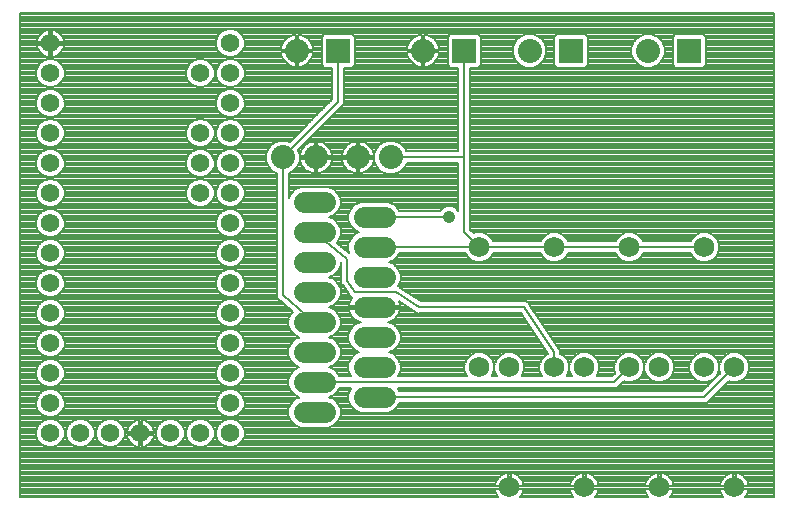
<source format=gbl>
G75*
%MOIN*%
%OFA0B0*%
%FSLAX25Y25*%
%IPPOS*%
%LPD*%
%AMOC8*
5,1,8,0,0,1.08239X$1,22.5*
%
%ADD10C,0.08000*%
%ADD11C,0.07124*%
%ADD12R,0.08000X0.08000*%
%ADD13C,0.06200*%
%ADD14C,0.06800*%
%ADD15C,0.00800*%
%ADD16C,0.04165*%
D10*
X0095800Y0121300D03*
X0106800Y0121300D03*
X0120800Y0121300D03*
X0131800Y0121300D03*
X0142520Y0156800D03*
X0178020Y0156800D03*
X0217520Y0156800D03*
X0100520Y0156800D03*
D11*
X0102738Y0106300D02*
X0109862Y0106300D01*
X0109862Y0096300D02*
X0102738Y0096300D01*
X0102738Y0086300D02*
X0109862Y0086300D01*
X0109862Y0076300D02*
X0102738Y0076300D01*
X0102738Y0066300D02*
X0109862Y0066300D01*
X0122738Y0061300D02*
X0129862Y0061300D01*
X0129862Y0051300D02*
X0122738Y0051300D01*
X0122738Y0041300D02*
X0129862Y0041300D01*
X0109862Y0036300D02*
X0102738Y0036300D01*
X0102738Y0046300D02*
X0109862Y0046300D01*
X0109862Y0056300D02*
X0102738Y0056300D01*
X0122738Y0071300D02*
X0129862Y0071300D01*
X0129862Y0081300D02*
X0122738Y0081300D01*
X0122738Y0091300D02*
X0129862Y0091300D01*
X0129862Y0101300D02*
X0122738Y0101300D01*
D12*
X0114300Y0156800D03*
X0156300Y0156800D03*
X0191800Y0156800D03*
X0231300Y0156800D03*
D13*
X0078300Y0159300D03*
X0078300Y0149300D03*
X0068300Y0149300D03*
X0078300Y0139300D03*
X0078300Y0129300D03*
X0068300Y0129300D03*
X0068300Y0119300D03*
X0078300Y0119300D03*
X0078300Y0109300D03*
X0068300Y0109300D03*
X0078300Y0099300D03*
X0078300Y0089300D03*
X0078300Y0079300D03*
X0078300Y0069300D03*
X0078300Y0059300D03*
X0078300Y0049300D03*
X0078300Y0039300D03*
X0078300Y0029300D03*
X0068300Y0029300D03*
X0058300Y0029300D03*
X0048300Y0029300D03*
X0038300Y0029300D03*
X0028300Y0029300D03*
X0018300Y0029300D03*
X0018300Y0039300D03*
X0018300Y0049300D03*
X0018300Y0059300D03*
X0018300Y0069300D03*
X0018300Y0079300D03*
X0018300Y0089300D03*
X0018300Y0099300D03*
X0018300Y0109300D03*
X0018300Y0119300D03*
X0018300Y0129300D03*
X0018300Y0139300D03*
X0018300Y0149300D03*
X0018300Y0159300D03*
D14*
X0161300Y0091300D03*
X0186300Y0091300D03*
X0211300Y0091300D03*
X0236300Y0091300D03*
X0236300Y0051300D03*
X0246300Y0051300D03*
X0221300Y0051300D03*
X0211300Y0051300D03*
X0196300Y0051300D03*
X0186300Y0051300D03*
X0171300Y0051300D03*
X0161300Y0051300D03*
X0171300Y0011300D03*
X0196300Y0011300D03*
X0221300Y0011300D03*
X0246300Y0011300D03*
D15*
X0008200Y0008200D02*
X0008200Y0169400D01*
X0259400Y0169400D01*
X0259400Y0008200D01*
X0249981Y0008200D01*
X0250405Y0008784D01*
X0250748Y0009457D01*
X0250982Y0010176D01*
X0251096Y0010900D01*
X0246700Y0010900D01*
X0246700Y0011700D01*
X0251096Y0011700D01*
X0250982Y0012424D01*
X0250748Y0013143D01*
X0250405Y0013816D01*
X0249961Y0014427D01*
X0249427Y0014961D01*
X0248816Y0015405D01*
X0248143Y0015748D01*
X0247424Y0015982D01*
X0246700Y0016096D01*
X0246700Y0011700D01*
X0245900Y0011700D01*
X0245900Y0016096D01*
X0245176Y0015982D01*
X0244457Y0015748D01*
X0243784Y0015405D01*
X0243173Y0014961D01*
X0242639Y0014427D01*
X0242195Y0013816D01*
X0241852Y0013143D01*
X0241618Y0012424D01*
X0241504Y0011700D01*
X0245900Y0011700D01*
X0245900Y0010900D01*
X0241504Y0010900D01*
X0241618Y0010176D01*
X0241852Y0009457D01*
X0242195Y0008784D01*
X0242619Y0008200D01*
X0224981Y0008200D01*
X0225405Y0008784D01*
X0225748Y0009457D01*
X0225982Y0010176D01*
X0226096Y0010900D01*
X0221700Y0010900D01*
X0221700Y0011700D01*
X0220900Y0011700D01*
X0220900Y0016096D01*
X0220176Y0015982D01*
X0219457Y0015748D01*
X0218784Y0015405D01*
X0218173Y0014961D01*
X0217639Y0014427D01*
X0217195Y0013816D01*
X0216852Y0013143D01*
X0216618Y0012424D01*
X0216504Y0011700D01*
X0220900Y0011700D01*
X0220900Y0010900D01*
X0216504Y0010900D01*
X0216618Y0010176D01*
X0216852Y0009457D01*
X0217195Y0008784D01*
X0217619Y0008200D01*
X0199981Y0008200D01*
X0200405Y0008784D01*
X0200748Y0009457D01*
X0200982Y0010176D01*
X0201096Y0010900D01*
X0196700Y0010900D01*
X0196700Y0011700D01*
X0195900Y0011700D01*
X0195900Y0016096D01*
X0195176Y0015982D01*
X0194457Y0015748D01*
X0193784Y0015405D01*
X0193173Y0014961D01*
X0192639Y0014427D01*
X0192195Y0013816D01*
X0191852Y0013143D01*
X0191618Y0012424D01*
X0191504Y0011700D01*
X0195900Y0011700D01*
X0195900Y0010900D01*
X0191504Y0010900D01*
X0191618Y0010176D01*
X0191852Y0009457D01*
X0192195Y0008784D01*
X0192619Y0008200D01*
X0174981Y0008200D01*
X0175405Y0008784D01*
X0175748Y0009457D01*
X0175982Y0010176D01*
X0176096Y0010900D01*
X0171700Y0010900D01*
X0171700Y0011700D01*
X0170900Y0011700D01*
X0170900Y0016096D01*
X0170176Y0015982D01*
X0169457Y0015748D01*
X0168784Y0015405D01*
X0168173Y0014961D01*
X0167639Y0014427D01*
X0167195Y0013816D01*
X0166852Y0013143D01*
X0166618Y0012424D01*
X0166504Y0011700D01*
X0170900Y0011700D01*
X0170900Y0010900D01*
X0166504Y0010900D01*
X0166618Y0010176D01*
X0166852Y0009457D01*
X0167195Y0008784D01*
X0167619Y0008200D01*
X0008200Y0008200D01*
X0008200Y0008487D02*
X0167411Y0008487D01*
X0166939Y0009285D02*
X0008200Y0009285D01*
X0008200Y0010084D02*
X0166648Y0010084D01*
X0166506Y0010882D02*
X0008200Y0010882D01*
X0008200Y0011681D02*
X0170900Y0011681D01*
X0170900Y0012479D02*
X0171700Y0012479D01*
X0171700Y0011700D02*
X0171700Y0016096D01*
X0172424Y0015982D01*
X0173143Y0015748D01*
X0173816Y0015405D01*
X0174427Y0014961D01*
X0174961Y0014427D01*
X0175405Y0013816D01*
X0175748Y0013143D01*
X0175982Y0012424D01*
X0176096Y0011700D01*
X0171700Y0011700D01*
X0171700Y0011681D02*
X0195900Y0011681D01*
X0195900Y0012479D02*
X0196700Y0012479D01*
X0196700Y0011700D02*
X0196700Y0016096D01*
X0197424Y0015982D01*
X0198143Y0015748D01*
X0198816Y0015405D01*
X0199427Y0014961D01*
X0199961Y0014427D01*
X0200405Y0013816D01*
X0200748Y0013143D01*
X0200982Y0012424D01*
X0201096Y0011700D01*
X0196700Y0011700D01*
X0196700Y0011681D02*
X0220900Y0011681D01*
X0220900Y0012479D02*
X0221700Y0012479D01*
X0221700Y0011700D02*
X0221700Y0016096D01*
X0222424Y0015982D01*
X0223143Y0015748D01*
X0223816Y0015405D01*
X0224427Y0014961D01*
X0224961Y0014427D01*
X0225405Y0013816D01*
X0225748Y0013143D01*
X0225982Y0012424D01*
X0226096Y0011700D01*
X0221700Y0011700D01*
X0221700Y0011681D02*
X0245900Y0011681D01*
X0245900Y0012479D02*
X0246700Y0012479D01*
X0246700Y0011681D02*
X0259400Y0011681D01*
X0259400Y0012479D02*
X0250964Y0012479D01*
X0250679Y0013278D02*
X0259400Y0013278D01*
X0259400Y0014076D02*
X0250216Y0014076D01*
X0249514Y0014875D02*
X0259400Y0014875D01*
X0259400Y0015673D02*
X0248290Y0015673D01*
X0246700Y0015673D02*
X0245900Y0015673D01*
X0245900Y0014875D02*
X0246700Y0014875D01*
X0246700Y0014076D02*
X0245900Y0014076D01*
X0245900Y0013278D02*
X0246700Y0013278D01*
X0244310Y0015673D02*
X0223290Y0015673D01*
X0224514Y0014875D02*
X0243086Y0014875D01*
X0242384Y0014076D02*
X0225216Y0014076D01*
X0225679Y0013278D02*
X0241921Y0013278D01*
X0241636Y0012479D02*
X0225964Y0012479D01*
X0226094Y0010882D02*
X0241506Y0010882D01*
X0241648Y0010084D02*
X0225952Y0010084D01*
X0225661Y0009285D02*
X0241939Y0009285D01*
X0242411Y0008487D02*
X0225189Y0008487D01*
X0221700Y0013278D02*
X0220900Y0013278D01*
X0220900Y0014076D02*
X0221700Y0014076D01*
X0221700Y0014875D02*
X0220900Y0014875D01*
X0220900Y0015673D02*
X0221700Y0015673D01*
X0219310Y0015673D02*
X0198290Y0015673D01*
X0199514Y0014875D02*
X0218086Y0014875D01*
X0217384Y0014076D02*
X0200216Y0014076D01*
X0200679Y0013278D02*
X0216921Y0013278D01*
X0216636Y0012479D02*
X0200964Y0012479D01*
X0201094Y0010882D02*
X0216506Y0010882D01*
X0216648Y0010084D02*
X0200952Y0010084D01*
X0200661Y0009285D02*
X0216939Y0009285D01*
X0217411Y0008487D02*
X0200189Y0008487D01*
X0196700Y0013278D02*
X0195900Y0013278D01*
X0195900Y0014076D02*
X0196700Y0014076D01*
X0196700Y0014875D02*
X0195900Y0014875D01*
X0195900Y0015673D02*
X0196700Y0015673D01*
X0194310Y0015673D02*
X0173290Y0015673D01*
X0174514Y0014875D02*
X0193086Y0014875D01*
X0192384Y0014076D02*
X0175216Y0014076D01*
X0175679Y0013278D02*
X0191921Y0013278D01*
X0191636Y0012479D02*
X0175964Y0012479D01*
X0176094Y0010882D02*
X0191506Y0010882D01*
X0191648Y0010084D02*
X0175952Y0010084D01*
X0175661Y0009285D02*
X0191939Y0009285D01*
X0192411Y0008487D02*
X0175189Y0008487D01*
X0171700Y0013278D02*
X0170900Y0013278D01*
X0170900Y0014076D02*
X0171700Y0014076D01*
X0171700Y0014875D02*
X0170900Y0014875D01*
X0170900Y0015673D02*
X0171700Y0015673D01*
X0169310Y0015673D02*
X0008200Y0015673D01*
X0008200Y0014875D02*
X0168086Y0014875D01*
X0167384Y0014076D02*
X0008200Y0014076D01*
X0008200Y0013278D02*
X0166921Y0013278D01*
X0166636Y0012479D02*
X0008200Y0012479D01*
X0008200Y0016472D02*
X0259400Y0016472D01*
X0259400Y0017270D02*
X0008200Y0017270D01*
X0008200Y0018069D02*
X0259400Y0018069D01*
X0259400Y0018867D02*
X0008200Y0018867D01*
X0008200Y0019666D02*
X0259400Y0019666D01*
X0259400Y0020464D02*
X0008200Y0020464D01*
X0008200Y0021263D02*
X0259400Y0021263D01*
X0259400Y0022061D02*
X0008200Y0022061D01*
X0008200Y0022860D02*
X0259400Y0022860D01*
X0259400Y0023658D02*
X0008200Y0023658D01*
X0008200Y0024457D02*
X0259400Y0024457D01*
X0259400Y0025255D02*
X0080817Y0025255D01*
X0080962Y0025316D02*
X0082284Y0026638D01*
X0083000Y0028365D01*
X0083000Y0030235D01*
X0082284Y0031962D01*
X0080962Y0033284D01*
X0079235Y0034000D01*
X0077365Y0034000D01*
X0075638Y0033284D01*
X0074316Y0031962D01*
X0073600Y0030235D01*
X0073600Y0028365D01*
X0074316Y0026638D01*
X0075638Y0025316D01*
X0077365Y0024600D01*
X0079235Y0024600D01*
X0080962Y0025316D01*
X0081701Y0026054D02*
X0259400Y0026054D01*
X0259400Y0026852D02*
X0082373Y0026852D01*
X0082704Y0027651D02*
X0259400Y0027651D01*
X0259400Y0028449D02*
X0083000Y0028449D01*
X0083000Y0029248D02*
X0259400Y0029248D01*
X0259400Y0030046D02*
X0083000Y0030046D01*
X0082747Y0030845D02*
X0259400Y0030845D01*
X0259400Y0031643D02*
X0112110Y0031643D01*
X0112786Y0031924D02*
X0114238Y0033376D01*
X0115024Y0035273D01*
X0115024Y0037327D01*
X0114238Y0039224D01*
X0112786Y0040676D01*
X0111281Y0041300D01*
X0112786Y0041924D01*
X0114238Y0043376D01*
X0114621Y0044300D01*
X0118437Y0044300D01*
X0118361Y0044224D01*
X0117576Y0042327D01*
X0117576Y0040273D01*
X0118361Y0038376D01*
X0119814Y0036924D01*
X0121711Y0036138D01*
X0130889Y0036138D01*
X0132786Y0036924D01*
X0134238Y0038376D01*
X0134621Y0039300D01*
X0237128Y0039300D01*
X0244473Y0046645D01*
X0245305Y0046300D01*
X0247295Y0046300D01*
X0249132Y0047061D01*
X0250539Y0048468D01*
X0251300Y0050305D01*
X0251300Y0052295D01*
X0250539Y0054132D01*
X0249132Y0055539D01*
X0247295Y0056300D01*
X0245305Y0056300D01*
X0243468Y0055539D01*
X0242061Y0054132D01*
X0241300Y0052295D01*
X0240539Y0054132D01*
X0239132Y0055539D01*
X0237295Y0056300D01*
X0235305Y0056300D01*
X0233468Y0055539D01*
X0232061Y0054132D01*
X0231300Y0052295D01*
X0231300Y0050305D01*
X0232061Y0048468D01*
X0233468Y0047061D01*
X0235305Y0046300D01*
X0237295Y0046300D01*
X0239132Y0047061D01*
X0240539Y0048468D01*
X0241300Y0050305D01*
X0241300Y0052295D01*
X0241300Y0050305D01*
X0241645Y0049473D01*
X0235472Y0043300D01*
X0134621Y0043300D01*
X0134238Y0044224D01*
X0134163Y0044300D01*
X0207128Y0044300D01*
X0209473Y0046645D01*
X0210305Y0046300D01*
X0212295Y0046300D01*
X0214132Y0047061D01*
X0215539Y0048468D01*
X0216300Y0050305D01*
X0216300Y0052295D01*
X0215539Y0054132D01*
X0214132Y0055539D01*
X0212295Y0056300D01*
X0210305Y0056300D01*
X0208468Y0055539D01*
X0207061Y0054132D01*
X0206300Y0052295D01*
X0206300Y0050305D01*
X0206645Y0049473D01*
X0205472Y0048300D01*
X0200371Y0048300D01*
X0200539Y0048468D01*
X0201300Y0050305D01*
X0201300Y0052295D01*
X0200539Y0054132D01*
X0199132Y0055539D01*
X0197295Y0056300D01*
X0195305Y0056300D01*
X0193468Y0055539D01*
X0192061Y0054132D01*
X0191300Y0052295D01*
X0190539Y0054132D01*
X0189132Y0055539D01*
X0188300Y0055884D01*
X0188300Y0056102D01*
X0188424Y0056720D01*
X0188300Y0056906D01*
X0188300Y0057128D01*
X0187854Y0057574D01*
X0178300Y0071906D01*
X0178300Y0072128D01*
X0177854Y0072574D01*
X0177505Y0073099D01*
X0177286Y0073142D01*
X0177128Y0073300D01*
X0176498Y0073300D01*
X0175880Y0073424D01*
X0175694Y0073300D01*
X0141735Y0073300D01*
X0134846Y0077910D01*
X0134399Y0078357D01*
X0134219Y0078357D01*
X0134238Y0078376D01*
X0135024Y0080273D01*
X0135024Y0082327D01*
X0134238Y0084224D01*
X0132786Y0085676D01*
X0131281Y0086300D01*
X0132786Y0086924D01*
X0134238Y0088376D01*
X0134621Y0089300D01*
X0156716Y0089300D01*
X0157061Y0088468D01*
X0158468Y0087061D01*
X0160305Y0086300D01*
X0162295Y0086300D01*
X0164132Y0087061D01*
X0165539Y0088468D01*
X0165884Y0089300D01*
X0181716Y0089300D01*
X0182061Y0088468D01*
X0183468Y0087061D01*
X0185305Y0086300D01*
X0187295Y0086300D01*
X0189132Y0087061D01*
X0190539Y0088468D01*
X0190884Y0089300D01*
X0206716Y0089300D01*
X0207061Y0088468D01*
X0208468Y0087061D01*
X0210305Y0086300D01*
X0212295Y0086300D01*
X0214132Y0087061D01*
X0215539Y0088468D01*
X0215884Y0089300D01*
X0231716Y0089300D01*
X0232061Y0088468D01*
X0233468Y0087061D01*
X0235305Y0086300D01*
X0237295Y0086300D01*
X0239132Y0087061D01*
X0240539Y0088468D01*
X0241300Y0090305D01*
X0241300Y0092295D01*
X0240539Y0094132D01*
X0239132Y0095539D01*
X0237295Y0096300D01*
X0235305Y0096300D01*
X0233468Y0095539D01*
X0232061Y0094132D01*
X0231716Y0093300D01*
X0215884Y0093300D01*
X0215539Y0094132D01*
X0214132Y0095539D01*
X0212295Y0096300D01*
X0210305Y0096300D01*
X0208468Y0095539D01*
X0207061Y0094132D01*
X0206716Y0093300D01*
X0190884Y0093300D01*
X0190539Y0094132D01*
X0189132Y0095539D01*
X0187295Y0096300D01*
X0185305Y0096300D01*
X0183468Y0095539D01*
X0182061Y0094132D01*
X0181716Y0093300D01*
X0165884Y0093300D01*
X0165539Y0094132D01*
X0164132Y0095539D01*
X0162295Y0096300D01*
X0160305Y0096300D01*
X0159473Y0095955D01*
X0158300Y0097128D01*
X0158300Y0151200D01*
X0160963Y0151200D01*
X0161900Y0152137D01*
X0161900Y0161463D01*
X0160963Y0162400D01*
X0151637Y0162400D01*
X0150700Y0161463D01*
X0150700Y0152137D01*
X0151637Y0151200D01*
X0154300Y0151200D01*
X0154300Y0123300D01*
X0137033Y0123300D01*
X0136547Y0124472D01*
X0134972Y0126047D01*
X0132914Y0126900D01*
X0130686Y0126900D01*
X0128628Y0126047D01*
X0127053Y0124472D01*
X0126200Y0122414D01*
X0126200Y0120186D01*
X0127053Y0118128D01*
X0128628Y0116553D01*
X0130686Y0115700D01*
X0132914Y0115700D01*
X0134972Y0116553D01*
X0136547Y0118128D01*
X0137033Y0119300D01*
X0154300Y0119300D01*
X0154300Y0103508D01*
X0153386Y0104422D01*
X0152033Y0104983D01*
X0150567Y0104983D01*
X0149214Y0104422D01*
X0148178Y0103386D01*
X0148142Y0103300D01*
X0134621Y0103300D01*
X0134238Y0104224D01*
X0132786Y0105676D01*
X0130889Y0106462D01*
X0121711Y0106462D01*
X0119814Y0105676D01*
X0118361Y0104224D01*
X0117576Y0102327D01*
X0117576Y0100273D01*
X0118361Y0098376D01*
X0119814Y0096924D01*
X0121319Y0096300D01*
X0119814Y0095676D01*
X0118361Y0094224D01*
X0117576Y0092327D01*
X0117576Y0090273D01*
X0117962Y0089340D01*
X0113695Y0092832D01*
X0114238Y0093376D01*
X0115024Y0095273D01*
X0115024Y0097327D01*
X0114238Y0099224D01*
X0112786Y0100676D01*
X0111281Y0101300D01*
X0112786Y0101924D01*
X0114238Y0103376D01*
X0115024Y0105273D01*
X0115024Y0107327D01*
X0114238Y0109224D01*
X0112786Y0110676D01*
X0110889Y0111462D01*
X0101711Y0111462D01*
X0099814Y0110676D01*
X0098361Y0109224D01*
X0097800Y0107869D01*
X0097800Y0116067D01*
X0098972Y0116553D01*
X0100547Y0118128D01*
X0101400Y0120186D01*
X0101400Y0122414D01*
X0100914Y0123586D01*
X0116300Y0138972D01*
X0116300Y0151200D01*
X0118963Y0151200D01*
X0119900Y0152137D01*
X0119900Y0161463D01*
X0118963Y0162400D01*
X0109637Y0162400D01*
X0108700Y0161463D01*
X0108700Y0152137D01*
X0109637Y0151200D01*
X0112300Y0151200D01*
X0112300Y0140628D01*
X0098086Y0126414D01*
X0096914Y0126900D01*
X0094686Y0126900D01*
X0092628Y0126047D01*
X0091053Y0124472D01*
X0090200Y0122414D01*
X0090200Y0120186D01*
X0091053Y0118128D01*
X0092628Y0116553D01*
X0093800Y0116067D01*
X0093800Y0076040D01*
X0093742Y0075973D01*
X0093800Y0075223D01*
X0093800Y0074472D01*
X0093863Y0074409D01*
X0093869Y0074321D01*
X0094440Y0073831D01*
X0094972Y0073300D01*
X0095060Y0073300D01*
X0099032Y0069895D01*
X0098361Y0069224D01*
X0097576Y0067327D01*
X0097576Y0065273D01*
X0098361Y0063376D01*
X0099814Y0061924D01*
X0101319Y0061300D01*
X0099814Y0060676D01*
X0098361Y0059224D01*
X0097576Y0057327D01*
X0097576Y0055273D01*
X0098361Y0053376D01*
X0099814Y0051924D01*
X0101319Y0051300D01*
X0099814Y0050676D01*
X0098361Y0049224D01*
X0097576Y0047327D01*
X0097576Y0045273D01*
X0098361Y0043376D01*
X0099814Y0041924D01*
X0101319Y0041300D01*
X0099814Y0040676D01*
X0098361Y0039224D01*
X0097576Y0037327D01*
X0097576Y0035273D01*
X0098361Y0033376D01*
X0099814Y0031924D01*
X0101711Y0031138D01*
X0110889Y0031138D01*
X0112786Y0031924D01*
X0113305Y0032442D02*
X0259400Y0032442D01*
X0259400Y0033240D02*
X0114103Y0033240D01*
X0114513Y0034039D02*
X0259400Y0034039D01*
X0259400Y0034837D02*
X0114844Y0034837D01*
X0115024Y0035636D02*
X0259400Y0035636D01*
X0259400Y0036434D02*
X0131605Y0036434D01*
X0133096Y0037233D02*
X0259400Y0037233D01*
X0259400Y0038032D02*
X0133894Y0038032D01*
X0134427Y0038830D02*
X0259400Y0038830D01*
X0259400Y0039629D02*
X0237457Y0039629D01*
X0238255Y0040427D02*
X0259400Y0040427D01*
X0259400Y0041226D02*
X0239054Y0041226D01*
X0239852Y0042024D02*
X0259400Y0042024D01*
X0259400Y0042823D02*
X0240651Y0042823D01*
X0241450Y0043621D02*
X0259400Y0043621D01*
X0259400Y0044420D02*
X0242248Y0044420D01*
X0243047Y0045218D02*
X0259400Y0045218D01*
X0259400Y0046017D02*
X0243845Y0046017D01*
X0239785Y0047614D02*
X0239685Y0047614D01*
X0238987Y0046815D02*
X0238538Y0046815D01*
X0238188Y0046017D02*
X0208845Y0046017D01*
X0208047Y0045218D02*
X0237390Y0045218D01*
X0236591Y0044420D02*
X0207248Y0044420D01*
X0206300Y0046300D02*
X0211300Y0051300D01*
X0206676Y0053203D02*
X0200924Y0053203D01*
X0201254Y0052405D02*
X0206346Y0052405D01*
X0206300Y0051606D02*
X0201300Y0051606D01*
X0201300Y0050808D02*
X0206300Y0050808D01*
X0206423Y0050009D02*
X0201177Y0050009D01*
X0200847Y0049211D02*
X0206382Y0049211D01*
X0205584Y0048412D02*
X0200483Y0048412D01*
X0206300Y0046300D02*
X0106300Y0046300D01*
X0111281Y0051300D02*
X0112786Y0051924D01*
X0114238Y0053376D01*
X0115024Y0055273D01*
X0115024Y0057327D01*
X0114238Y0059224D01*
X0112786Y0060676D01*
X0111281Y0061300D01*
X0112786Y0061924D01*
X0114238Y0063376D01*
X0115024Y0065273D01*
X0115024Y0067327D01*
X0114238Y0069224D01*
X0112786Y0070676D01*
X0111281Y0071300D01*
X0112786Y0071924D01*
X0114238Y0073376D01*
X0115024Y0075273D01*
X0115024Y0077327D01*
X0114238Y0079224D01*
X0112786Y0080676D01*
X0111281Y0081300D01*
X0112786Y0081924D01*
X0114238Y0083376D01*
X0115024Y0085273D01*
X0115024Y0086576D01*
X0115313Y0086339D01*
X0115313Y0080120D01*
X0115207Y0079460D01*
X0115313Y0079313D01*
X0115313Y0079131D01*
X0115786Y0078659D01*
X0117916Y0075710D01*
X0117916Y0075528D01*
X0118389Y0075056D01*
X0118780Y0074514D01*
X0118923Y0074491D01*
X0118494Y0073901D01*
X0118139Y0073205D01*
X0117898Y0072462D01*
X0117777Y0071700D01*
X0125900Y0071700D01*
X0125900Y0070900D01*
X0117777Y0070900D01*
X0117898Y0070138D01*
X0118139Y0069395D01*
X0118494Y0068699D01*
X0118953Y0068067D01*
X0119505Y0067515D01*
X0120137Y0067056D01*
X0120833Y0066701D01*
X0121576Y0066460D01*
X0121670Y0066445D01*
X0119814Y0065676D01*
X0118361Y0064224D01*
X0117576Y0062327D01*
X0117576Y0060273D01*
X0118361Y0058376D01*
X0119814Y0056924D01*
X0121319Y0056300D01*
X0119814Y0055676D01*
X0118361Y0054224D01*
X0117576Y0052327D01*
X0117576Y0050273D01*
X0118361Y0048376D01*
X0118437Y0048300D01*
X0114621Y0048300D01*
X0114238Y0049224D01*
X0112786Y0050676D01*
X0111281Y0051300D01*
X0112020Y0051606D02*
X0117576Y0051606D01*
X0117576Y0050808D02*
X0112469Y0050808D01*
X0113453Y0050009D02*
X0117685Y0050009D01*
X0118016Y0049211D02*
X0114244Y0049211D01*
X0114575Y0048412D02*
X0118346Y0048412D01*
X0117608Y0052405D02*
X0113267Y0052405D01*
X0114066Y0053203D02*
X0117939Y0053203D01*
X0118269Y0054002D02*
X0114498Y0054002D01*
X0114829Y0054800D02*
X0118938Y0054800D01*
X0119736Y0055599D02*
X0115024Y0055599D01*
X0115024Y0056397D02*
X0121085Y0056397D01*
X0119542Y0057196D02*
X0115024Y0057196D01*
X0114748Y0057994D02*
X0118743Y0057994D01*
X0118189Y0058793D02*
X0114417Y0058793D01*
X0113871Y0059591D02*
X0117858Y0059591D01*
X0117576Y0060390D02*
X0113073Y0060390D01*
X0112850Y0061987D02*
X0117576Y0061987D01*
X0117576Y0061188D02*
X0111550Y0061188D01*
X0113648Y0062785D02*
X0117766Y0062785D01*
X0118096Y0063584D02*
X0114325Y0063584D01*
X0114655Y0064382D02*
X0118520Y0064382D01*
X0119318Y0065181D02*
X0114986Y0065181D01*
X0115024Y0065979D02*
X0120545Y0065979D01*
X0120683Y0066778D02*
X0115024Y0066778D01*
X0114921Y0067576D02*
X0119444Y0067576D01*
X0118729Y0068375D02*
X0114590Y0068375D01*
X0114259Y0069173D02*
X0118252Y0069173D01*
X0117952Y0069972D02*
X0113491Y0069972D01*
X0112559Y0070770D02*
X0117798Y0070770D01*
X0117883Y0072368D02*
X0113230Y0072368D01*
X0114029Y0073166D02*
X0118127Y0073166D01*
X0118540Y0073965D02*
X0114482Y0073965D01*
X0114813Y0074763D02*
X0118600Y0074763D01*
X0117916Y0075562D02*
X0115024Y0075562D01*
X0115024Y0076360D02*
X0117446Y0076360D01*
X0116870Y0077159D02*
X0115024Y0077159D01*
X0114763Y0077957D02*
X0116293Y0077957D01*
X0115689Y0078756D02*
X0114433Y0078756D01*
X0113909Y0079554D02*
X0115222Y0079554D01*
X0115313Y0080353D02*
X0113110Y0080353D01*
X0112812Y0081950D02*
X0115313Y0081950D01*
X0115313Y0082748D02*
X0113611Y0082748D01*
X0114309Y0083547D02*
X0115313Y0083547D01*
X0115313Y0084345D02*
X0114640Y0084345D01*
X0114971Y0085144D02*
X0115313Y0085144D01*
X0115313Y0085942D02*
X0115024Y0085942D01*
X0117313Y0087287D02*
X0117313Y0079959D01*
X0119916Y0076357D01*
X0133570Y0076357D01*
X0141127Y0071300D01*
X0176300Y0071300D01*
X0186300Y0056300D01*
X0186300Y0051300D01*
X0190847Y0049211D02*
X0191753Y0049211D01*
X0192061Y0048468D02*
X0192229Y0048300D01*
X0190371Y0048300D01*
X0190539Y0048468D01*
X0191300Y0050305D01*
X0191300Y0052295D01*
X0191300Y0050305D01*
X0192061Y0048468D01*
X0192117Y0048412D02*
X0190483Y0048412D01*
X0191177Y0050009D02*
X0191423Y0050009D01*
X0191300Y0050808D02*
X0191300Y0050808D01*
X0191300Y0051606D02*
X0191300Y0051606D01*
X0191254Y0052405D02*
X0191346Y0052405D01*
X0191676Y0053203D02*
X0190924Y0053203D01*
X0190593Y0054002D02*
X0192007Y0054002D01*
X0192729Y0054800D02*
X0189871Y0054800D01*
X0188987Y0055599D02*
X0193613Y0055599D01*
X0188359Y0056397D02*
X0259400Y0056397D01*
X0259400Y0055599D02*
X0248987Y0055599D01*
X0249871Y0054800D02*
X0259400Y0054800D01*
X0259400Y0054002D02*
X0250593Y0054002D01*
X0250924Y0053203D02*
X0259400Y0053203D01*
X0259400Y0052405D02*
X0251254Y0052405D01*
X0251300Y0051606D02*
X0259400Y0051606D01*
X0259400Y0050808D02*
X0251300Y0050808D01*
X0251177Y0050009D02*
X0259400Y0050009D01*
X0259400Y0049211D02*
X0250847Y0049211D01*
X0250483Y0048412D02*
X0259400Y0048412D01*
X0259400Y0047614D02*
X0249685Y0047614D01*
X0248538Y0046815D02*
X0259400Y0046815D01*
X0246300Y0051300D02*
X0236300Y0041300D01*
X0126300Y0041300D01*
X0120995Y0036434D02*
X0115024Y0036434D01*
X0115024Y0037233D02*
X0119504Y0037233D01*
X0118706Y0038032D02*
X0114733Y0038032D01*
X0114402Y0038830D02*
X0118173Y0038830D01*
X0117843Y0039629D02*
X0113834Y0039629D01*
X0113036Y0040427D02*
X0117576Y0040427D01*
X0117576Y0041226D02*
X0111460Y0041226D01*
X0112887Y0042024D02*
X0117576Y0042024D01*
X0117781Y0042823D02*
X0113685Y0042823D01*
X0114340Y0043621D02*
X0118112Y0043621D01*
X0134488Y0043621D02*
X0235793Y0043621D01*
X0234062Y0046815D02*
X0223538Y0046815D01*
X0224132Y0047061D02*
X0225539Y0048468D01*
X0226300Y0050305D01*
X0226300Y0052295D01*
X0225539Y0054132D01*
X0224132Y0055539D01*
X0222295Y0056300D01*
X0220305Y0056300D01*
X0218468Y0055539D01*
X0217061Y0054132D01*
X0216300Y0052295D01*
X0216300Y0050305D01*
X0217061Y0048468D01*
X0218468Y0047061D01*
X0220305Y0046300D01*
X0222295Y0046300D01*
X0224132Y0047061D01*
X0224685Y0047614D02*
X0232915Y0047614D01*
X0232117Y0048412D02*
X0225483Y0048412D01*
X0225847Y0049211D02*
X0231753Y0049211D01*
X0231423Y0050009D02*
X0226177Y0050009D01*
X0226300Y0050808D02*
X0231300Y0050808D01*
X0231300Y0051606D02*
X0226300Y0051606D01*
X0226254Y0052405D02*
X0231346Y0052405D01*
X0231676Y0053203D02*
X0225924Y0053203D01*
X0225593Y0054002D02*
X0232007Y0054002D01*
X0232729Y0054800D02*
X0224871Y0054800D01*
X0223987Y0055599D02*
X0233613Y0055599D01*
X0238987Y0055599D02*
X0243613Y0055599D01*
X0242729Y0054800D02*
X0239871Y0054800D01*
X0240593Y0054002D02*
X0242007Y0054002D01*
X0241676Y0053203D02*
X0240924Y0053203D01*
X0241254Y0052405D02*
X0241346Y0052405D01*
X0241300Y0051606D02*
X0241300Y0051606D01*
X0241300Y0050808D02*
X0241300Y0050808D01*
X0241177Y0050009D02*
X0241423Y0050009D01*
X0241382Y0049211D02*
X0240847Y0049211D01*
X0240584Y0048412D02*
X0240483Y0048412D01*
X0259400Y0057196D02*
X0188233Y0057196D01*
X0187574Y0057994D02*
X0259400Y0057994D01*
X0259400Y0058793D02*
X0187042Y0058793D01*
X0186509Y0059591D02*
X0259400Y0059591D01*
X0259400Y0060390D02*
X0185977Y0060390D01*
X0185445Y0061188D02*
X0259400Y0061188D01*
X0259400Y0061987D02*
X0184912Y0061987D01*
X0184380Y0062785D02*
X0259400Y0062785D01*
X0259400Y0063584D02*
X0183848Y0063584D01*
X0183315Y0064382D02*
X0259400Y0064382D01*
X0259400Y0065181D02*
X0182783Y0065181D01*
X0182251Y0065979D02*
X0259400Y0065979D01*
X0259400Y0066778D02*
X0181718Y0066778D01*
X0181186Y0067576D02*
X0259400Y0067576D01*
X0259400Y0068375D02*
X0180654Y0068375D01*
X0180121Y0069173D02*
X0259400Y0069173D01*
X0259400Y0069972D02*
X0179589Y0069972D01*
X0179057Y0070770D02*
X0259400Y0070770D01*
X0259400Y0071569D02*
X0178524Y0071569D01*
X0178061Y0072368D02*
X0259400Y0072368D01*
X0259400Y0073166D02*
X0177262Y0073166D01*
X0175230Y0069300D02*
X0184201Y0055843D01*
X0183468Y0055539D01*
X0182061Y0054132D01*
X0181300Y0052295D01*
X0181300Y0050305D01*
X0182061Y0048468D01*
X0182229Y0048300D01*
X0175371Y0048300D01*
X0175539Y0048468D01*
X0176300Y0050305D01*
X0176300Y0052295D01*
X0175539Y0054132D01*
X0174132Y0055539D01*
X0172295Y0056300D01*
X0170305Y0056300D01*
X0168468Y0055539D01*
X0167061Y0054132D01*
X0166300Y0052295D01*
X0165539Y0054132D01*
X0164132Y0055539D01*
X0162295Y0056300D01*
X0160305Y0056300D01*
X0158468Y0055539D01*
X0157061Y0054132D01*
X0156300Y0052295D01*
X0156300Y0050305D01*
X0157061Y0048468D01*
X0157229Y0048300D01*
X0134163Y0048300D01*
X0134238Y0048376D01*
X0135024Y0050273D01*
X0135024Y0052327D01*
X0134238Y0054224D01*
X0132786Y0055676D01*
X0131281Y0056300D01*
X0132786Y0056924D01*
X0134238Y0058376D01*
X0135024Y0060273D01*
X0135024Y0062327D01*
X0134238Y0064224D01*
X0132786Y0065676D01*
X0130930Y0066445D01*
X0131024Y0066460D01*
X0131767Y0066701D01*
X0132463Y0067056D01*
X0133095Y0067515D01*
X0133647Y0068067D01*
X0134106Y0068699D01*
X0134461Y0069395D01*
X0134702Y0070138D01*
X0134823Y0070900D01*
X0126700Y0070900D01*
X0126700Y0071700D01*
X0134823Y0071700D01*
X0134702Y0072462D01*
X0134461Y0073205D01*
X0134345Y0073432D01*
X0139852Y0069747D01*
X0140299Y0069300D01*
X0140520Y0069300D01*
X0140703Y0069177D01*
X0141323Y0069300D01*
X0175230Y0069300D01*
X0175314Y0069173D02*
X0134348Y0069173D01*
X0134648Y0069972D02*
X0139515Y0069972D01*
X0138322Y0070770D02*
X0134802Y0070770D01*
X0134717Y0072368D02*
X0135936Y0072368D01*
X0137129Y0071569D02*
X0126700Y0071569D01*
X0125900Y0071569D02*
X0111930Y0071569D01*
X0106300Y0066300D02*
X0095800Y0075300D01*
X0095800Y0121300D01*
X0114300Y0139800D01*
X0114300Y0156800D01*
X0108700Y0157010D02*
X0100921Y0157010D01*
X0100921Y0157200D02*
X0105920Y0157200D01*
X0105920Y0157225D01*
X0105787Y0158065D01*
X0105525Y0158873D01*
X0105139Y0159630D01*
X0104639Y0160318D01*
X0104038Y0160919D01*
X0103351Y0161418D01*
X0102593Y0161804D01*
X0101785Y0162067D01*
X0100945Y0162200D01*
X0100920Y0162200D01*
X0100920Y0157200D01*
X0100120Y0157200D01*
X0100120Y0156400D01*
X0095120Y0156400D01*
X0095120Y0156375D01*
X0095253Y0155535D01*
X0095516Y0154727D01*
X0095902Y0153970D01*
X0096402Y0153282D01*
X0097003Y0152681D01*
X0097690Y0152182D01*
X0098448Y0151796D01*
X0099256Y0151533D01*
X0100095Y0151400D01*
X0100120Y0151400D01*
X0100120Y0156400D01*
X0100920Y0156400D01*
X0100920Y0151400D01*
X0100945Y0151400D01*
X0101785Y0151533D01*
X0102593Y0151796D01*
X0103351Y0152182D01*
X0104038Y0152681D01*
X0104639Y0153282D01*
X0105139Y0153970D01*
X0105525Y0154727D01*
X0105787Y0155535D01*
X0105920Y0156375D01*
X0105920Y0156400D01*
X0100921Y0156400D01*
X0100921Y0157200D01*
X0100920Y0157808D02*
X0100120Y0157808D01*
X0100120Y0157200D02*
X0100120Y0162200D01*
X0100095Y0162200D01*
X0099256Y0162067D01*
X0098448Y0161804D01*
X0097690Y0161418D01*
X0097003Y0160919D01*
X0096402Y0160318D01*
X0095902Y0159630D01*
X0095516Y0158873D01*
X0095253Y0158065D01*
X0095120Y0157225D01*
X0095120Y0157200D01*
X0100120Y0157200D01*
X0100120Y0157010D02*
X0082439Y0157010D01*
X0082284Y0156638D02*
X0083000Y0158365D01*
X0083000Y0160235D01*
X0082284Y0161962D01*
X0080962Y0163284D01*
X0079235Y0164000D01*
X0077365Y0164000D01*
X0075638Y0163284D01*
X0074316Y0161962D01*
X0073600Y0160235D01*
X0073600Y0158365D01*
X0074316Y0156638D01*
X0075638Y0155316D01*
X0077365Y0154600D01*
X0079235Y0154600D01*
X0080962Y0155316D01*
X0082284Y0156638D01*
X0081858Y0156211D02*
X0095146Y0156211D01*
X0095293Y0155413D02*
X0081059Y0155413D01*
X0079269Y0154614D02*
X0095574Y0154614D01*
X0096014Y0153816D02*
X0079680Y0153816D01*
X0079235Y0154000D02*
X0077365Y0154000D01*
X0075638Y0153284D01*
X0074316Y0151962D01*
X0073600Y0150235D01*
X0073600Y0148365D01*
X0074316Y0146638D01*
X0075638Y0145316D01*
X0077365Y0144600D01*
X0079235Y0144600D01*
X0080962Y0145316D01*
X0082284Y0146638D01*
X0083000Y0148365D01*
X0083000Y0150235D01*
X0082284Y0151962D01*
X0080962Y0153284D01*
X0079235Y0154000D01*
X0077331Y0154614D02*
X0008200Y0154614D01*
X0008200Y0153816D02*
X0016920Y0153816D01*
X0017365Y0154000D02*
X0015638Y0153284D01*
X0014316Y0151962D01*
X0013600Y0150235D01*
X0013600Y0148365D01*
X0014316Y0146638D01*
X0015638Y0145316D01*
X0017365Y0144600D01*
X0019235Y0144600D01*
X0020962Y0145316D01*
X0022284Y0146638D01*
X0023000Y0148365D01*
X0023000Y0150235D01*
X0022284Y0151962D01*
X0020962Y0153284D01*
X0019235Y0154000D01*
X0017365Y0154000D01*
X0017246Y0154911D02*
X0017900Y0154807D01*
X0017900Y0158900D01*
X0018700Y0158900D01*
X0018700Y0159700D01*
X0022793Y0159700D01*
X0022689Y0160354D01*
X0022470Y0161027D01*
X0022149Y0161659D01*
X0021732Y0162232D01*
X0021232Y0162732D01*
X0020659Y0163149D01*
X0020027Y0163470D01*
X0019354Y0163689D01*
X0018700Y0163793D01*
X0018700Y0159700D01*
X0017900Y0159700D01*
X0017900Y0163793D01*
X0017246Y0163689D01*
X0016573Y0163470D01*
X0015941Y0163149D01*
X0015368Y0162732D01*
X0014868Y0162232D01*
X0014451Y0161659D01*
X0014130Y0161027D01*
X0013911Y0160354D01*
X0013807Y0159700D01*
X0017900Y0159700D01*
X0017900Y0158900D01*
X0013807Y0158900D01*
X0013911Y0158246D01*
X0014130Y0157573D01*
X0014451Y0156941D01*
X0014868Y0156368D01*
X0015368Y0155868D01*
X0015941Y0155451D01*
X0016573Y0155130D01*
X0017246Y0154911D01*
X0017900Y0155413D02*
X0018700Y0155413D01*
X0018700Y0154807D02*
X0019354Y0154911D01*
X0020027Y0155130D01*
X0020659Y0155451D01*
X0021232Y0155868D01*
X0021732Y0156368D01*
X0022149Y0156941D01*
X0022470Y0157573D01*
X0022689Y0158246D01*
X0022793Y0158900D01*
X0018700Y0158900D01*
X0018700Y0154807D01*
X0019680Y0153816D02*
X0066920Y0153816D01*
X0067365Y0154000D02*
X0065638Y0153284D01*
X0064316Y0151962D01*
X0063600Y0150235D01*
X0063600Y0148365D01*
X0064316Y0146638D01*
X0065638Y0145316D01*
X0067365Y0144600D01*
X0069235Y0144600D01*
X0070962Y0145316D01*
X0072284Y0146638D01*
X0073000Y0148365D01*
X0073000Y0150235D01*
X0072284Y0151962D01*
X0070962Y0153284D01*
X0069235Y0154000D01*
X0067365Y0154000D01*
X0065370Y0153017D02*
X0021230Y0153017D01*
X0022028Y0152219D02*
X0064572Y0152219D01*
X0064091Y0151420D02*
X0022509Y0151420D01*
X0022840Y0150622D02*
X0063760Y0150622D01*
X0063600Y0149823D02*
X0023000Y0149823D01*
X0023000Y0149025D02*
X0063600Y0149025D01*
X0063658Y0148226D02*
X0022942Y0148226D01*
X0022612Y0147428D02*
X0063988Y0147428D01*
X0064324Y0146629D02*
X0022276Y0146629D01*
X0021477Y0145831D02*
X0065123Y0145831D01*
X0066322Y0145032D02*
X0020278Y0145032D01*
X0019235Y0144000D02*
X0017365Y0144000D01*
X0015638Y0143284D01*
X0014316Y0141962D01*
X0013600Y0140235D01*
X0013600Y0138365D01*
X0014316Y0136638D01*
X0015638Y0135316D01*
X0017365Y0134600D01*
X0019235Y0134600D01*
X0020962Y0135316D01*
X0022284Y0136638D01*
X0023000Y0138365D01*
X0023000Y0140235D01*
X0022284Y0141962D01*
X0020962Y0143284D01*
X0019235Y0144000D01*
X0020599Y0143435D02*
X0076001Y0143435D01*
X0075638Y0143284D02*
X0074316Y0141962D01*
X0073600Y0140235D01*
X0073600Y0138365D01*
X0074316Y0136638D01*
X0075638Y0135316D01*
X0077365Y0134600D01*
X0079235Y0134600D01*
X0080962Y0135316D01*
X0082284Y0136638D01*
X0083000Y0138365D01*
X0083000Y0140235D01*
X0082284Y0141962D01*
X0080962Y0143284D01*
X0079235Y0144000D01*
X0077365Y0144000D01*
X0075638Y0143284D01*
X0074990Y0142637D02*
X0021610Y0142637D01*
X0022336Y0141838D02*
X0074264Y0141838D01*
X0073933Y0141039D02*
X0022667Y0141039D01*
X0022997Y0140241D02*
X0073603Y0140241D01*
X0073600Y0139442D02*
X0023000Y0139442D01*
X0023000Y0138644D02*
X0073600Y0138644D01*
X0073815Y0137845D02*
X0022785Y0137845D01*
X0022454Y0137047D02*
X0074146Y0137047D01*
X0074705Y0136248D02*
X0021895Y0136248D01*
X0021097Y0135450D02*
X0075503Y0135450D01*
X0077241Y0134651D02*
X0019359Y0134651D01*
X0019235Y0134000D02*
X0017365Y0134000D01*
X0015638Y0133284D01*
X0014316Y0131962D01*
X0013600Y0130235D01*
X0013600Y0128365D01*
X0014316Y0126638D01*
X0015638Y0125316D01*
X0017365Y0124600D01*
X0019235Y0124600D01*
X0020962Y0125316D01*
X0022284Y0126638D01*
X0023000Y0128365D01*
X0023000Y0130235D01*
X0022284Y0131962D01*
X0020962Y0133284D01*
X0019235Y0134000D01*
X0019590Y0133853D02*
X0067010Y0133853D01*
X0067365Y0134000D02*
X0065638Y0133284D01*
X0064316Y0131962D01*
X0063600Y0130235D01*
X0063600Y0128365D01*
X0064316Y0126638D01*
X0065638Y0125316D01*
X0067365Y0124600D01*
X0069235Y0124600D01*
X0070962Y0125316D01*
X0072284Y0126638D01*
X0073000Y0128365D01*
X0073000Y0130235D01*
X0072284Y0131962D01*
X0070962Y0133284D01*
X0069235Y0134000D01*
X0067365Y0134000D01*
X0065408Y0133054D02*
X0021192Y0133054D01*
X0021991Y0132256D02*
X0064609Y0132256D01*
X0064106Y0131457D02*
X0022494Y0131457D01*
X0022824Y0130659D02*
X0063776Y0130659D01*
X0063600Y0129860D02*
X0023000Y0129860D01*
X0023000Y0129062D02*
X0063600Y0129062D01*
X0063642Y0128263D02*
X0022958Y0128263D01*
X0022627Y0127465D02*
X0063973Y0127465D01*
X0064304Y0126666D02*
X0022296Y0126666D01*
X0021515Y0125868D02*
X0065085Y0125868D01*
X0066232Y0125069D02*
X0020368Y0125069D01*
X0019235Y0124000D02*
X0017365Y0124000D01*
X0015638Y0123284D01*
X0014316Y0121962D01*
X0013600Y0120235D01*
X0013600Y0118365D01*
X0014316Y0116638D01*
X0015638Y0115316D01*
X0017365Y0114600D01*
X0019235Y0114600D01*
X0020962Y0115316D01*
X0022284Y0116638D01*
X0023000Y0118365D01*
X0023000Y0120235D01*
X0022284Y0121962D01*
X0020962Y0123284D01*
X0019235Y0124000D01*
X0020509Y0123472D02*
X0066091Y0123472D01*
X0065638Y0123284D02*
X0064316Y0121962D01*
X0063600Y0120235D01*
X0063600Y0118365D01*
X0064316Y0116638D01*
X0065638Y0115316D01*
X0067365Y0114600D01*
X0069235Y0114600D01*
X0070962Y0115316D01*
X0072284Y0116638D01*
X0073000Y0118365D01*
X0073000Y0120235D01*
X0072284Y0121962D01*
X0070962Y0123284D01*
X0069235Y0124000D01*
X0067365Y0124000D01*
X0065638Y0123284D01*
X0065027Y0122674D02*
X0021573Y0122674D01*
X0022321Y0121875D02*
X0064279Y0121875D01*
X0063949Y0121077D02*
X0022651Y0121077D01*
X0022982Y0120278D02*
X0063618Y0120278D01*
X0063600Y0119480D02*
X0023000Y0119480D01*
X0023000Y0118681D02*
X0063600Y0118681D01*
X0063800Y0117883D02*
X0022800Y0117883D01*
X0022469Y0117084D02*
X0064131Y0117084D01*
X0064668Y0116286D02*
X0021932Y0116286D01*
X0021134Y0115487D02*
X0065466Y0115487D01*
X0067151Y0114689D02*
X0019449Y0114689D01*
X0019235Y0114000D02*
X0017365Y0114000D01*
X0015638Y0113284D01*
X0014316Y0111962D01*
X0013600Y0110235D01*
X0013600Y0108365D01*
X0014316Y0106638D01*
X0015638Y0105316D01*
X0017365Y0104600D01*
X0019235Y0104600D01*
X0020962Y0105316D01*
X0022284Y0106638D01*
X0023000Y0108365D01*
X0023000Y0110235D01*
X0022284Y0111962D01*
X0020962Y0113284D01*
X0019235Y0114000D01*
X0019500Y0113890D02*
X0067100Y0113890D01*
X0067365Y0114000D02*
X0065638Y0113284D01*
X0064316Y0111962D01*
X0063600Y0110235D01*
X0063600Y0108365D01*
X0064316Y0106638D01*
X0065638Y0105316D01*
X0067365Y0104600D01*
X0069235Y0104600D01*
X0070962Y0105316D01*
X0072284Y0106638D01*
X0073000Y0108365D01*
X0073000Y0110235D01*
X0072284Y0111962D01*
X0070962Y0113284D01*
X0069235Y0114000D01*
X0067365Y0114000D01*
X0065445Y0113092D02*
X0021155Y0113092D01*
X0021954Y0112293D02*
X0064646Y0112293D01*
X0064122Y0111495D02*
X0022478Y0111495D01*
X0022809Y0110696D02*
X0063791Y0110696D01*
X0063600Y0109898D02*
X0023000Y0109898D01*
X0023000Y0109099D02*
X0063600Y0109099D01*
X0063627Y0108301D02*
X0022973Y0108301D01*
X0022642Y0107502D02*
X0063957Y0107502D01*
X0064288Y0106703D02*
X0022312Y0106703D01*
X0021552Y0105905D02*
X0065048Y0105905D01*
X0066142Y0105106D02*
X0020458Y0105106D01*
X0020419Y0103509D02*
X0076181Y0103509D01*
X0075638Y0103284D02*
X0074316Y0101962D01*
X0073600Y0100235D01*
X0073600Y0098365D01*
X0074316Y0096638D01*
X0075638Y0095316D01*
X0077365Y0094600D01*
X0079235Y0094600D01*
X0080962Y0095316D01*
X0082284Y0096638D01*
X0083000Y0098365D01*
X0083000Y0100235D01*
X0082284Y0101962D01*
X0080962Y0103284D01*
X0079235Y0104000D01*
X0077365Y0104000D01*
X0075638Y0103284D01*
X0075064Y0102711D02*
X0021536Y0102711D01*
X0020962Y0103284D02*
X0022284Y0101962D01*
X0023000Y0100235D01*
X0023000Y0098365D01*
X0022284Y0096638D01*
X0020962Y0095316D01*
X0019235Y0094600D01*
X0017365Y0094600D01*
X0015638Y0095316D01*
X0014316Y0096638D01*
X0013600Y0098365D01*
X0013600Y0100235D01*
X0014316Y0101962D01*
X0015638Y0103284D01*
X0017365Y0104000D01*
X0019235Y0104000D01*
X0020962Y0103284D01*
X0022305Y0101912D02*
X0074295Y0101912D01*
X0073964Y0101114D02*
X0022636Y0101114D01*
X0022967Y0100315D02*
X0073633Y0100315D01*
X0073600Y0099517D02*
X0023000Y0099517D01*
X0023000Y0098718D02*
X0073600Y0098718D01*
X0073784Y0097920D02*
X0022816Y0097920D01*
X0022485Y0097121D02*
X0074115Y0097121D01*
X0074630Y0096323D02*
X0021970Y0096323D01*
X0021171Y0095524D02*
X0075429Y0095524D01*
X0077061Y0094726D02*
X0019539Y0094726D01*
X0019235Y0094000D02*
X0017365Y0094000D01*
X0015638Y0093284D01*
X0014316Y0091962D01*
X0013600Y0090235D01*
X0013600Y0088365D01*
X0014316Y0086638D01*
X0015638Y0085316D01*
X0017365Y0084600D01*
X0019235Y0084600D01*
X0020962Y0085316D01*
X0022284Y0086638D01*
X0023000Y0088365D01*
X0023000Y0090235D01*
X0022284Y0091962D01*
X0020962Y0093284D01*
X0019235Y0094000D01*
X0019410Y0093927D02*
X0077190Y0093927D01*
X0077365Y0094000D02*
X0075638Y0093284D01*
X0074316Y0091962D01*
X0073600Y0090235D01*
X0073600Y0088365D01*
X0074316Y0086638D01*
X0075638Y0085316D01*
X0077365Y0084600D01*
X0079235Y0084600D01*
X0080962Y0085316D01*
X0082284Y0086638D01*
X0083000Y0088365D01*
X0083000Y0090235D01*
X0082284Y0091962D01*
X0080962Y0093284D01*
X0079235Y0094000D01*
X0077365Y0094000D01*
X0079410Y0093927D02*
X0093800Y0093927D01*
X0093800Y0093129D02*
X0081118Y0093129D01*
X0081916Y0092330D02*
X0093800Y0092330D01*
X0093800Y0091532D02*
X0082463Y0091532D01*
X0082794Y0090733D02*
X0093800Y0090733D01*
X0093800Y0089935D02*
X0083000Y0089935D01*
X0083000Y0089136D02*
X0093800Y0089136D01*
X0093800Y0088338D02*
X0082989Y0088338D01*
X0082658Y0087539D02*
X0093800Y0087539D01*
X0093800Y0086741D02*
X0082327Y0086741D01*
X0081589Y0085942D02*
X0093800Y0085942D01*
X0093800Y0085144D02*
X0080547Y0085144D01*
X0080329Y0083547D02*
X0093800Y0083547D01*
X0093800Y0084345D02*
X0008200Y0084345D01*
X0008200Y0083547D02*
X0016271Y0083547D01*
X0015638Y0083284D02*
X0017365Y0084000D01*
X0019235Y0084000D01*
X0020962Y0083284D01*
X0022284Y0081962D01*
X0023000Y0080235D01*
X0023000Y0078365D01*
X0022284Y0076638D01*
X0020962Y0075316D01*
X0019235Y0074600D01*
X0017365Y0074600D01*
X0015638Y0075316D01*
X0014316Y0076638D01*
X0013600Y0078365D01*
X0013600Y0080235D01*
X0014316Y0081962D01*
X0015638Y0083284D01*
X0015101Y0082748D02*
X0008200Y0082748D01*
X0008200Y0081950D02*
X0014310Y0081950D01*
X0013980Y0081151D02*
X0008200Y0081151D01*
X0008200Y0080353D02*
X0013649Y0080353D01*
X0013600Y0079554D02*
X0008200Y0079554D01*
X0008200Y0078756D02*
X0013600Y0078756D01*
X0013769Y0077957D02*
X0008200Y0077957D01*
X0008200Y0077159D02*
X0014100Y0077159D01*
X0014593Y0076360D02*
X0008200Y0076360D01*
X0008200Y0075562D02*
X0015392Y0075562D01*
X0016971Y0074763D02*
X0008200Y0074763D01*
X0008200Y0073965D02*
X0017280Y0073965D01*
X0017365Y0074000D02*
X0015638Y0073284D01*
X0014316Y0071962D01*
X0013600Y0070235D01*
X0013600Y0068365D01*
X0014316Y0066638D01*
X0015638Y0065316D01*
X0017365Y0064600D01*
X0019235Y0064600D01*
X0020962Y0065316D01*
X0022284Y0066638D01*
X0023000Y0068365D01*
X0023000Y0070235D01*
X0022284Y0071962D01*
X0020962Y0073284D01*
X0019235Y0074000D01*
X0017365Y0074000D01*
X0019320Y0073965D02*
X0077280Y0073965D01*
X0077365Y0074000D02*
X0075638Y0073284D01*
X0074316Y0071962D01*
X0073600Y0070235D01*
X0073600Y0068365D01*
X0074316Y0066638D01*
X0075638Y0065316D01*
X0077365Y0064600D01*
X0079235Y0064600D01*
X0080962Y0065316D01*
X0082284Y0066638D01*
X0083000Y0068365D01*
X0083000Y0070235D01*
X0082284Y0071962D01*
X0080962Y0073284D01*
X0079235Y0074000D01*
X0077365Y0074000D01*
X0077365Y0074600D02*
X0075638Y0075316D01*
X0074316Y0076638D01*
X0073600Y0078365D01*
X0073600Y0080235D01*
X0074316Y0081962D01*
X0075638Y0083284D01*
X0077365Y0084000D01*
X0079235Y0084000D01*
X0080962Y0083284D01*
X0082284Y0081962D01*
X0083000Y0080235D01*
X0083000Y0078365D01*
X0082284Y0076638D01*
X0080962Y0075316D01*
X0079235Y0074600D01*
X0077365Y0074600D01*
X0076971Y0074763D02*
X0019629Y0074763D01*
X0021208Y0075562D02*
X0075392Y0075562D01*
X0074593Y0076360D02*
X0022007Y0076360D01*
X0022500Y0077159D02*
X0074100Y0077159D01*
X0073769Y0077957D02*
X0022831Y0077957D01*
X0023000Y0078756D02*
X0073600Y0078756D01*
X0073600Y0079554D02*
X0023000Y0079554D01*
X0022951Y0080353D02*
X0073649Y0080353D01*
X0073980Y0081151D02*
X0022620Y0081151D01*
X0022290Y0081950D02*
X0074310Y0081950D01*
X0075101Y0082748D02*
X0021499Y0082748D01*
X0020329Y0083547D02*
X0076271Y0083547D01*
X0076053Y0085144D02*
X0020547Y0085144D01*
X0021589Y0085942D02*
X0075011Y0085942D01*
X0074273Y0086741D02*
X0022327Y0086741D01*
X0022658Y0087539D02*
X0073942Y0087539D01*
X0073611Y0088338D02*
X0022989Y0088338D01*
X0023000Y0089136D02*
X0073600Y0089136D01*
X0073600Y0089935D02*
X0023000Y0089935D01*
X0022794Y0090733D02*
X0073806Y0090733D01*
X0074137Y0091532D02*
X0022463Y0091532D01*
X0021916Y0092330D02*
X0074683Y0092330D01*
X0075482Y0093129D02*
X0021118Y0093129D01*
X0017190Y0093927D02*
X0008200Y0093927D01*
X0008200Y0093129D02*
X0015482Y0093129D01*
X0014683Y0092330D02*
X0008200Y0092330D01*
X0008200Y0091532D02*
X0014137Y0091532D01*
X0013806Y0090733D02*
X0008200Y0090733D01*
X0008200Y0089935D02*
X0013600Y0089935D01*
X0013600Y0089136D02*
X0008200Y0089136D01*
X0008200Y0088338D02*
X0013611Y0088338D01*
X0013942Y0087539D02*
X0008200Y0087539D01*
X0008200Y0086741D02*
X0014273Y0086741D01*
X0015011Y0085942D02*
X0008200Y0085942D01*
X0008200Y0085144D02*
X0016053Y0085144D01*
X0017061Y0094726D02*
X0008200Y0094726D01*
X0008200Y0095524D02*
X0015429Y0095524D01*
X0014630Y0096323D02*
X0008200Y0096323D01*
X0008200Y0097121D02*
X0014115Y0097121D01*
X0013784Y0097920D02*
X0008200Y0097920D01*
X0008200Y0098718D02*
X0013600Y0098718D01*
X0013600Y0099517D02*
X0008200Y0099517D01*
X0008200Y0100315D02*
X0013633Y0100315D01*
X0013964Y0101114D02*
X0008200Y0101114D01*
X0008200Y0101912D02*
X0014295Y0101912D01*
X0015064Y0102711D02*
X0008200Y0102711D01*
X0008200Y0103509D02*
X0016181Y0103509D01*
X0016142Y0105106D02*
X0008200Y0105106D01*
X0008200Y0104308D02*
X0093800Y0104308D01*
X0093800Y0105106D02*
X0080458Y0105106D01*
X0080962Y0105316D02*
X0082284Y0106638D01*
X0083000Y0108365D01*
X0083000Y0110235D01*
X0082284Y0111962D01*
X0080962Y0113284D01*
X0079235Y0114000D01*
X0077365Y0114000D01*
X0075638Y0113284D01*
X0074316Y0111962D01*
X0073600Y0110235D01*
X0073600Y0108365D01*
X0074316Y0106638D01*
X0075638Y0105316D01*
X0077365Y0104600D01*
X0079235Y0104600D01*
X0080962Y0105316D01*
X0081552Y0105905D02*
X0093800Y0105905D01*
X0093800Y0106703D02*
X0082312Y0106703D01*
X0082642Y0107502D02*
X0093800Y0107502D01*
X0093800Y0108301D02*
X0082973Y0108301D01*
X0083000Y0109099D02*
X0093800Y0109099D01*
X0093800Y0109898D02*
X0083000Y0109898D01*
X0082809Y0110696D02*
X0093800Y0110696D01*
X0093800Y0111495D02*
X0082478Y0111495D01*
X0081954Y0112293D02*
X0093800Y0112293D01*
X0093800Y0113092D02*
X0081155Y0113092D01*
X0079500Y0113890D02*
X0093800Y0113890D01*
X0093800Y0114689D02*
X0079449Y0114689D01*
X0079235Y0114600D02*
X0080962Y0115316D01*
X0082284Y0116638D01*
X0083000Y0118365D01*
X0083000Y0120235D01*
X0082284Y0121962D01*
X0080962Y0123284D01*
X0079235Y0124000D01*
X0077365Y0124000D01*
X0075638Y0123284D01*
X0074316Y0121962D01*
X0073600Y0120235D01*
X0073600Y0118365D01*
X0074316Y0116638D01*
X0075638Y0115316D01*
X0077365Y0114600D01*
X0079235Y0114600D01*
X0077151Y0114689D02*
X0069449Y0114689D01*
X0069500Y0113890D02*
X0077100Y0113890D01*
X0075445Y0113092D02*
X0071155Y0113092D01*
X0071954Y0112293D02*
X0074646Y0112293D01*
X0074122Y0111495D02*
X0072478Y0111495D01*
X0072809Y0110696D02*
X0073791Y0110696D01*
X0073600Y0109898D02*
X0073000Y0109898D01*
X0073000Y0109099D02*
X0073600Y0109099D01*
X0073627Y0108301D02*
X0072973Y0108301D01*
X0072642Y0107502D02*
X0073957Y0107502D01*
X0074288Y0106703D02*
X0072312Y0106703D01*
X0071552Y0105905D02*
X0075048Y0105905D01*
X0076142Y0105106D02*
X0070458Y0105106D01*
X0080419Y0103509D02*
X0093800Y0103509D01*
X0093800Y0102711D02*
X0081536Y0102711D01*
X0082305Y0101912D02*
X0093800Y0101912D01*
X0093800Y0101114D02*
X0082636Y0101114D01*
X0082967Y0100315D02*
X0093800Y0100315D01*
X0093800Y0099517D02*
X0083000Y0099517D01*
X0083000Y0098718D02*
X0093800Y0098718D01*
X0093800Y0097920D02*
X0082816Y0097920D01*
X0082485Y0097121D02*
X0093800Y0097121D01*
X0093800Y0096323D02*
X0081970Y0096323D01*
X0081171Y0095524D02*
X0093800Y0095524D01*
X0093800Y0094726D02*
X0079539Y0094726D01*
X0081499Y0082748D02*
X0093800Y0082748D01*
X0093800Y0081950D02*
X0082290Y0081950D01*
X0082620Y0081151D02*
X0093800Y0081151D01*
X0093800Y0080353D02*
X0082951Y0080353D01*
X0083000Y0079554D02*
X0093800Y0079554D01*
X0093800Y0078756D02*
X0083000Y0078756D01*
X0082831Y0077957D02*
X0093800Y0077957D01*
X0093800Y0077159D02*
X0082500Y0077159D01*
X0082007Y0076360D02*
X0093800Y0076360D01*
X0093774Y0075562D02*
X0081208Y0075562D01*
X0079629Y0074763D02*
X0093800Y0074763D01*
X0094285Y0073965D02*
X0079320Y0073965D01*
X0081081Y0073166D02*
X0095216Y0073166D01*
X0096148Y0072368D02*
X0081879Y0072368D01*
X0082447Y0071569D02*
X0097080Y0071569D01*
X0098011Y0070770D02*
X0082778Y0070770D01*
X0083000Y0069972D02*
X0098943Y0069972D01*
X0098341Y0069173D02*
X0083000Y0069173D01*
X0083000Y0068375D02*
X0098010Y0068375D01*
X0097679Y0067576D02*
X0082673Y0067576D01*
X0082343Y0066778D02*
X0097576Y0066778D01*
X0097576Y0065979D02*
X0081626Y0065979D01*
X0080637Y0065181D02*
X0097614Y0065181D01*
X0097945Y0064382D02*
X0008200Y0064382D01*
X0008200Y0063584D02*
X0016361Y0063584D01*
X0015638Y0063284D02*
X0014316Y0061962D01*
X0013600Y0060235D01*
X0013600Y0058365D01*
X0014316Y0056638D01*
X0015638Y0055316D01*
X0017365Y0054600D01*
X0019235Y0054600D01*
X0020962Y0055316D01*
X0022284Y0056638D01*
X0023000Y0058365D01*
X0023000Y0060235D01*
X0022284Y0061962D01*
X0020962Y0063284D01*
X0019235Y0064000D01*
X0017365Y0064000D01*
X0015638Y0063284D01*
X0015139Y0062785D02*
X0008200Y0062785D01*
X0008200Y0061987D02*
X0014340Y0061987D01*
X0013995Y0061188D02*
X0008200Y0061188D01*
X0008200Y0060390D02*
X0013664Y0060390D01*
X0013600Y0059591D02*
X0008200Y0059591D01*
X0008200Y0058793D02*
X0013600Y0058793D01*
X0013754Y0057994D02*
X0008200Y0057994D01*
X0008200Y0057196D02*
X0014084Y0057196D01*
X0014556Y0056397D02*
X0008200Y0056397D01*
X0008200Y0055599D02*
X0015354Y0055599D01*
X0016882Y0054800D02*
X0008200Y0054800D01*
X0008200Y0054002D02*
X0098102Y0054002D01*
X0097771Y0054800D02*
X0079718Y0054800D01*
X0079235Y0054600D02*
X0080962Y0055316D01*
X0082284Y0056638D01*
X0083000Y0058365D01*
X0083000Y0060235D01*
X0082284Y0061962D01*
X0080962Y0063284D01*
X0079235Y0064000D01*
X0077365Y0064000D01*
X0075638Y0063284D01*
X0074316Y0061962D01*
X0073600Y0060235D01*
X0073600Y0058365D01*
X0074316Y0056638D01*
X0075638Y0055316D01*
X0077365Y0054600D01*
X0079235Y0054600D01*
X0079235Y0054000D02*
X0077365Y0054000D01*
X0075638Y0053284D01*
X0074316Y0051962D01*
X0073600Y0050235D01*
X0073600Y0048365D01*
X0074316Y0046638D01*
X0075638Y0045316D01*
X0077365Y0044600D01*
X0079235Y0044600D01*
X0080962Y0045316D01*
X0082284Y0046638D01*
X0083000Y0048365D01*
X0083000Y0050235D01*
X0082284Y0051962D01*
X0080962Y0053284D01*
X0079235Y0054000D01*
X0081044Y0053203D02*
X0098534Y0053203D01*
X0099333Y0052405D02*
X0081842Y0052405D01*
X0082432Y0051606D02*
X0100580Y0051606D01*
X0100131Y0050808D02*
X0082763Y0050808D01*
X0083000Y0050009D02*
X0099147Y0050009D01*
X0098356Y0049211D02*
X0083000Y0049211D01*
X0083000Y0048412D02*
X0098025Y0048412D01*
X0097694Y0047614D02*
X0082689Y0047614D01*
X0082358Y0046815D02*
X0097576Y0046815D01*
X0097576Y0046017D02*
X0081663Y0046017D01*
X0080727Y0045218D02*
X0097598Y0045218D01*
X0097929Y0044420D02*
X0008200Y0044420D01*
X0008200Y0045218D02*
X0015873Y0045218D01*
X0015638Y0045316D02*
X0017365Y0044600D01*
X0019235Y0044600D01*
X0020962Y0045316D01*
X0022284Y0046638D01*
X0023000Y0048365D01*
X0023000Y0050235D01*
X0022284Y0051962D01*
X0020962Y0053284D01*
X0019235Y0054000D01*
X0017365Y0054000D01*
X0015638Y0053284D01*
X0014316Y0051962D01*
X0013600Y0050235D01*
X0013600Y0048365D01*
X0014316Y0046638D01*
X0015638Y0045316D01*
X0014937Y0046017D02*
X0008200Y0046017D01*
X0008200Y0046815D02*
X0014242Y0046815D01*
X0013911Y0047614D02*
X0008200Y0047614D01*
X0008200Y0048412D02*
X0013600Y0048412D01*
X0013600Y0049211D02*
X0008200Y0049211D01*
X0008200Y0050009D02*
X0013600Y0050009D01*
X0013837Y0050808D02*
X0008200Y0050808D01*
X0008200Y0051606D02*
X0014168Y0051606D01*
X0014758Y0052405D02*
X0008200Y0052405D01*
X0008200Y0053203D02*
X0015556Y0053203D01*
X0019718Y0054800D02*
X0076882Y0054800D01*
X0075354Y0055599D02*
X0021246Y0055599D01*
X0022044Y0056397D02*
X0074556Y0056397D01*
X0074084Y0057196D02*
X0022516Y0057196D01*
X0022846Y0057994D02*
X0073754Y0057994D01*
X0073600Y0058793D02*
X0023000Y0058793D01*
X0023000Y0059591D02*
X0073600Y0059591D01*
X0073664Y0060390D02*
X0022936Y0060390D01*
X0022605Y0061188D02*
X0073995Y0061188D01*
X0074340Y0061987D02*
X0022260Y0061987D01*
X0021461Y0062785D02*
X0075139Y0062785D01*
X0076361Y0063584D02*
X0020239Y0063584D01*
X0020637Y0065181D02*
X0075963Y0065181D01*
X0074974Y0065979D02*
X0021626Y0065979D01*
X0022343Y0066778D02*
X0074257Y0066778D01*
X0073927Y0067576D02*
X0022673Y0067576D01*
X0023000Y0068375D02*
X0073600Y0068375D01*
X0073600Y0069173D02*
X0023000Y0069173D01*
X0023000Y0069972D02*
X0073600Y0069972D01*
X0073822Y0070770D02*
X0022778Y0070770D01*
X0022447Y0071569D02*
X0074153Y0071569D01*
X0074721Y0072368D02*
X0021879Y0072368D01*
X0021081Y0073166D02*
X0075519Y0073166D01*
X0080239Y0063584D02*
X0098275Y0063584D01*
X0098952Y0062785D02*
X0081461Y0062785D01*
X0082260Y0061987D02*
X0099750Y0061987D01*
X0101050Y0061188D02*
X0082605Y0061188D01*
X0082936Y0060390D02*
X0099527Y0060390D01*
X0098729Y0059591D02*
X0083000Y0059591D01*
X0083000Y0058793D02*
X0098183Y0058793D01*
X0097852Y0057994D02*
X0082846Y0057994D01*
X0082516Y0057196D02*
X0097576Y0057196D01*
X0097576Y0056397D02*
X0082044Y0056397D01*
X0081246Y0055599D02*
X0097576Y0055599D01*
X0098260Y0043621D02*
X0080150Y0043621D01*
X0080962Y0043284D02*
X0079235Y0044000D01*
X0077365Y0044000D01*
X0075638Y0043284D01*
X0074316Y0041962D01*
X0073600Y0040235D01*
X0073600Y0038365D01*
X0074316Y0036638D01*
X0075638Y0035316D01*
X0077365Y0034600D01*
X0079235Y0034600D01*
X0080962Y0035316D01*
X0082284Y0036638D01*
X0083000Y0038365D01*
X0083000Y0040235D01*
X0082284Y0041962D01*
X0080962Y0043284D01*
X0081424Y0042823D02*
X0098915Y0042823D01*
X0099713Y0042024D02*
X0082223Y0042024D01*
X0082590Y0041226D02*
X0101140Y0041226D01*
X0099564Y0040427D02*
X0082920Y0040427D01*
X0083000Y0039629D02*
X0098766Y0039629D01*
X0098198Y0038830D02*
X0083000Y0038830D01*
X0082862Y0038032D02*
X0097867Y0038032D01*
X0097576Y0037233D02*
X0082531Y0037233D01*
X0082081Y0036434D02*
X0097576Y0036434D01*
X0097576Y0035636D02*
X0081283Y0035636D01*
X0079808Y0034837D02*
X0097756Y0034837D01*
X0098087Y0034039D02*
X0008200Y0034039D01*
X0008200Y0034837D02*
X0016792Y0034837D01*
X0017365Y0034600D02*
X0019235Y0034600D01*
X0020962Y0035316D01*
X0022284Y0036638D01*
X0023000Y0038365D01*
X0023000Y0040235D01*
X0022284Y0041962D01*
X0020962Y0043284D01*
X0019235Y0044000D01*
X0017365Y0044000D01*
X0015638Y0043284D01*
X0014316Y0041962D01*
X0013600Y0040235D01*
X0013600Y0038365D01*
X0014316Y0036638D01*
X0015638Y0035316D01*
X0017365Y0034600D01*
X0017365Y0034000D02*
X0015638Y0033284D01*
X0014316Y0031962D01*
X0013600Y0030235D01*
X0013600Y0028365D01*
X0014316Y0026638D01*
X0015638Y0025316D01*
X0017365Y0024600D01*
X0019235Y0024600D01*
X0020962Y0025316D01*
X0022284Y0026638D01*
X0023000Y0028365D01*
X0023000Y0030235D01*
X0022284Y0031962D01*
X0020962Y0033284D01*
X0019235Y0034000D01*
X0017365Y0034000D01*
X0015594Y0033240D02*
X0008200Y0033240D01*
X0008200Y0032442D02*
X0014795Y0032442D01*
X0014183Y0031643D02*
X0008200Y0031643D01*
X0008200Y0030845D02*
X0013853Y0030845D01*
X0013600Y0030046D02*
X0008200Y0030046D01*
X0008200Y0029248D02*
X0013600Y0029248D01*
X0013600Y0028449D02*
X0008200Y0028449D01*
X0008200Y0027651D02*
X0013896Y0027651D01*
X0014227Y0026852D02*
X0008200Y0026852D01*
X0008200Y0026054D02*
X0014899Y0026054D01*
X0015783Y0025255D02*
X0008200Y0025255D01*
X0020817Y0025255D02*
X0025783Y0025255D01*
X0025638Y0025316D02*
X0027365Y0024600D01*
X0029235Y0024600D01*
X0030962Y0025316D01*
X0032284Y0026638D01*
X0033000Y0028365D01*
X0033000Y0030235D01*
X0032284Y0031962D01*
X0030962Y0033284D01*
X0029235Y0034000D01*
X0027365Y0034000D01*
X0025638Y0033284D01*
X0024316Y0031962D01*
X0023600Y0030235D01*
X0023600Y0028365D01*
X0024316Y0026638D01*
X0025638Y0025316D01*
X0024899Y0026054D02*
X0021701Y0026054D01*
X0022373Y0026852D02*
X0024227Y0026852D01*
X0023896Y0027651D02*
X0022704Y0027651D01*
X0023000Y0028449D02*
X0023600Y0028449D01*
X0023600Y0029248D02*
X0023000Y0029248D01*
X0023000Y0030046D02*
X0023600Y0030046D01*
X0023853Y0030845D02*
X0022747Y0030845D01*
X0022417Y0031643D02*
X0024183Y0031643D01*
X0024795Y0032442D02*
X0021805Y0032442D01*
X0021006Y0033240D02*
X0025594Y0033240D01*
X0022081Y0036434D02*
X0074519Y0036434D01*
X0074069Y0037233D02*
X0022531Y0037233D01*
X0022862Y0038032D02*
X0073738Y0038032D01*
X0073600Y0038830D02*
X0023000Y0038830D01*
X0023000Y0039629D02*
X0073600Y0039629D01*
X0073680Y0040427D02*
X0022920Y0040427D01*
X0022590Y0041226D02*
X0074010Y0041226D01*
X0074377Y0042024D02*
X0022223Y0042024D01*
X0021424Y0042823D02*
X0075176Y0042823D01*
X0076450Y0043621D02*
X0020150Y0043621D01*
X0020727Y0045218D02*
X0075873Y0045218D01*
X0074937Y0046017D02*
X0021663Y0046017D01*
X0022358Y0046815D02*
X0074242Y0046815D01*
X0073911Y0047614D02*
X0022689Y0047614D01*
X0023000Y0048412D02*
X0073600Y0048412D01*
X0073600Y0049211D02*
X0023000Y0049211D01*
X0023000Y0050009D02*
X0073600Y0050009D01*
X0073837Y0050808D02*
X0022763Y0050808D01*
X0022432Y0051606D02*
X0074168Y0051606D01*
X0074758Y0052405D02*
X0021842Y0052405D01*
X0021044Y0053203D02*
X0075556Y0053203D01*
X0075317Y0035636D02*
X0021283Y0035636D01*
X0019808Y0034837D02*
X0076792Y0034837D01*
X0075594Y0033240D02*
X0071006Y0033240D01*
X0070962Y0033284D02*
X0069235Y0034000D01*
X0067365Y0034000D01*
X0065638Y0033284D01*
X0064316Y0031962D01*
X0063600Y0030235D01*
X0063600Y0028365D01*
X0064316Y0026638D01*
X0065638Y0025316D01*
X0067365Y0024600D01*
X0069235Y0024600D01*
X0070962Y0025316D01*
X0072284Y0026638D01*
X0073000Y0028365D01*
X0073000Y0030235D01*
X0072284Y0031962D01*
X0070962Y0033284D01*
X0071805Y0032442D02*
X0074795Y0032442D01*
X0074183Y0031643D02*
X0072417Y0031643D01*
X0072747Y0030845D02*
X0073853Y0030845D01*
X0073600Y0030046D02*
X0073000Y0030046D01*
X0073000Y0029248D02*
X0073600Y0029248D01*
X0073600Y0028449D02*
X0073000Y0028449D01*
X0072704Y0027651D02*
X0073896Y0027651D01*
X0074227Y0026852D02*
X0072373Y0026852D01*
X0071701Y0026054D02*
X0074899Y0026054D01*
X0075783Y0025255D02*
X0070817Y0025255D01*
X0065783Y0025255D02*
X0060817Y0025255D01*
X0060962Y0025316D02*
X0062284Y0026638D01*
X0063000Y0028365D01*
X0063000Y0030235D01*
X0062284Y0031962D01*
X0060962Y0033284D01*
X0059235Y0034000D01*
X0057365Y0034000D01*
X0055638Y0033284D01*
X0054316Y0031962D01*
X0053600Y0030235D01*
X0053600Y0028365D01*
X0054316Y0026638D01*
X0055638Y0025316D01*
X0057365Y0024600D01*
X0059235Y0024600D01*
X0060962Y0025316D01*
X0061701Y0026054D02*
X0064899Y0026054D01*
X0064227Y0026852D02*
X0062373Y0026852D01*
X0062704Y0027651D02*
X0063896Y0027651D01*
X0063600Y0028449D02*
X0063000Y0028449D01*
X0063000Y0029248D02*
X0063600Y0029248D01*
X0063600Y0030046D02*
X0063000Y0030046D01*
X0062747Y0030845D02*
X0063853Y0030845D01*
X0064183Y0031643D02*
X0062417Y0031643D01*
X0061805Y0032442D02*
X0064795Y0032442D01*
X0065594Y0033240D02*
X0061006Y0033240D01*
X0055594Y0033240D02*
X0050478Y0033240D01*
X0050659Y0033149D02*
X0050027Y0033470D01*
X0049354Y0033689D01*
X0048700Y0033793D01*
X0048700Y0029700D01*
X0052793Y0029700D01*
X0052689Y0030354D01*
X0052470Y0031027D01*
X0052149Y0031659D01*
X0051732Y0032232D01*
X0051232Y0032732D01*
X0050659Y0033149D01*
X0051522Y0032442D02*
X0054795Y0032442D01*
X0054183Y0031643D02*
X0052156Y0031643D01*
X0052530Y0030845D02*
X0053853Y0030845D01*
X0053600Y0030046D02*
X0052738Y0030046D01*
X0052793Y0028900D02*
X0048700Y0028900D01*
X0048700Y0029700D01*
X0047900Y0029700D01*
X0047900Y0033793D01*
X0047246Y0033689D01*
X0046573Y0033470D01*
X0045941Y0033149D01*
X0045368Y0032732D01*
X0044868Y0032232D01*
X0044451Y0031659D01*
X0044130Y0031027D01*
X0043911Y0030354D01*
X0043807Y0029700D01*
X0047900Y0029700D01*
X0047900Y0028900D01*
X0048700Y0028900D01*
X0048700Y0024807D01*
X0049354Y0024911D01*
X0050027Y0025130D01*
X0050659Y0025451D01*
X0051232Y0025868D01*
X0051732Y0026368D01*
X0052149Y0026941D01*
X0052470Y0027573D01*
X0052689Y0028246D01*
X0052793Y0028900D01*
X0052721Y0028449D02*
X0053600Y0028449D01*
X0053600Y0029248D02*
X0048700Y0029248D01*
X0048700Y0030046D02*
X0047900Y0030046D01*
X0047900Y0029248D02*
X0043000Y0029248D01*
X0043000Y0030046D02*
X0043862Y0030046D01*
X0044070Y0030845D02*
X0042747Y0030845D01*
X0043000Y0030235D02*
X0042284Y0031962D01*
X0040962Y0033284D01*
X0039235Y0034000D01*
X0037365Y0034000D01*
X0035638Y0033284D01*
X0034316Y0031962D01*
X0033600Y0030235D01*
X0033600Y0028365D01*
X0034316Y0026638D01*
X0035638Y0025316D01*
X0037365Y0024600D01*
X0039235Y0024600D01*
X0040962Y0025316D01*
X0042284Y0026638D01*
X0043000Y0028365D01*
X0043000Y0030235D01*
X0042417Y0031643D02*
X0044444Y0031643D01*
X0045078Y0032442D02*
X0041805Y0032442D01*
X0041006Y0033240D02*
X0046122Y0033240D01*
X0047900Y0033240D02*
X0048700Y0033240D01*
X0048700Y0032442D02*
X0047900Y0032442D01*
X0047900Y0031643D02*
X0048700Y0031643D01*
X0048700Y0030845D02*
X0047900Y0030845D01*
X0047900Y0028900D02*
X0043807Y0028900D01*
X0043911Y0028246D01*
X0044130Y0027573D01*
X0044451Y0026941D01*
X0044868Y0026368D01*
X0045368Y0025868D01*
X0045941Y0025451D01*
X0046573Y0025130D01*
X0047246Y0024911D01*
X0047900Y0024807D01*
X0047900Y0028900D01*
X0047900Y0028449D02*
X0048700Y0028449D01*
X0048700Y0027651D02*
X0047900Y0027651D01*
X0047900Y0026852D02*
X0048700Y0026852D01*
X0048700Y0026054D02*
X0047900Y0026054D01*
X0047900Y0025255D02*
X0048700Y0025255D01*
X0050274Y0025255D02*
X0055783Y0025255D01*
X0054899Y0026054D02*
X0051418Y0026054D01*
X0052084Y0026852D02*
X0054227Y0026852D01*
X0053896Y0027651D02*
X0052496Y0027651D01*
X0046326Y0025255D02*
X0040817Y0025255D01*
X0041701Y0026054D02*
X0045182Y0026054D01*
X0044516Y0026852D02*
X0042373Y0026852D01*
X0042704Y0027651D02*
X0044104Y0027651D01*
X0043879Y0028449D02*
X0043000Y0028449D01*
X0035783Y0025255D02*
X0030817Y0025255D01*
X0031701Y0026054D02*
X0034899Y0026054D01*
X0034227Y0026852D02*
X0032373Y0026852D01*
X0032704Y0027651D02*
X0033896Y0027651D01*
X0033600Y0028449D02*
X0033000Y0028449D01*
X0033000Y0029248D02*
X0033600Y0029248D01*
X0033600Y0030046D02*
X0033000Y0030046D01*
X0032747Y0030845D02*
X0033853Y0030845D01*
X0034183Y0031643D02*
X0032417Y0031643D01*
X0031805Y0032442D02*
X0034795Y0032442D01*
X0035594Y0033240D02*
X0031006Y0033240D01*
X0015317Y0035636D02*
X0008200Y0035636D01*
X0008200Y0036434D02*
X0014519Y0036434D01*
X0014069Y0037233D02*
X0008200Y0037233D01*
X0008200Y0038032D02*
X0013738Y0038032D01*
X0013600Y0038830D02*
X0008200Y0038830D01*
X0008200Y0039629D02*
X0013600Y0039629D01*
X0013680Y0040427D02*
X0008200Y0040427D01*
X0008200Y0041226D02*
X0014010Y0041226D01*
X0014377Y0042024D02*
X0008200Y0042024D01*
X0008200Y0042823D02*
X0015176Y0042823D01*
X0016450Y0043621D02*
X0008200Y0043621D01*
X0008200Y0065181D02*
X0015963Y0065181D01*
X0014974Y0065979D02*
X0008200Y0065979D01*
X0008200Y0066778D02*
X0014257Y0066778D01*
X0013927Y0067576D02*
X0008200Y0067576D01*
X0008200Y0068375D02*
X0013600Y0068375D01*
X0013600Y0069173D02*
X0008200Y0069173D01*
X0008200Y0069972D02*
X0013600Y0069972D01*
X0013822Y0070770D02*
X0008200Y0070770D01*
X0008200Y0071569D02*
X0014153Y0071569D01*
X0014721Y0072368D02*
X0008200Y0072368D01*
X0008200Y0073166D02*
X0015519Y0073166D01*
X0015048Y0105905D02*
X0008200Y0105905D01*
X0008200Y0106703D02*
X0014288Y0106703D01*
X0013957Y0107502D02*
X0008200Y0107502D01*
X0008200Y0108301D02*
X0013627Y0108301D01*
X0013600Y0109099D02*
X0008200Y0109099D01*
X0008200Y0109898D02*
X0013600Y0109898D01*
X0013791Y0110696D02*
X0008200Y0110696D01*
X0008200Y0111495D02*
X0014122Y0111495D01*
X0014646Y0112293D02*
X0008200Y0112293D01*
X0008200Y0113092D02*
X0015445Y0113092D01*
X0017100Y0113890D02*
X0008200Y0113890D01*
X0008200Y0114689D02*
X0017151Y0114689D01*
X0015466Y0115487D02*
X0008200Y0115487D01*
X0008200Y0116286D02*
X0014668Y0116286D01*
X0014131Y0117084D02*
X0008200Y0117084D01*
X0008200Y0117883D02*
X0013800Y0117883D01*
X0013600Y0118681D02*
X0008200Y0118681D01*
X0008200Y0119480D02*
X0013600Y0119480D01*
X0013618Y0120278D02*
X0008200Y0120278D01*
X0008200Y0121077D02*
X0013949Y0121077D01*
X0014279Y0121875D02*
X0008200Y0121875D01*
X0008200Y0122674D02*
X0015027Y0122674D01*
X0016091Y0123472D02*
X0008200Y0123472D01*
X0008200Y0124271D02*
X0090969Y0124271D01*
X0090638Y0123472D02*
X0080509Y0123472D01*
X0081573Y0122674D02*
X0090308Y0122674D01*
X0090200Y0121875D02*
X0082321Y0121875D01*
X0082651Y0121077D02*
X0090200Y0121077D01*
X0090200Y0120278D02*
X0082982Y0120278D01*
X0083000Y0119480D02*
X0090493Y0119480D01*
X0090823Y0118681D02*
X0083000Y0118681D01*
X0082800Y0117883D02*
X0091298Y0117883D01*
X0092096Y0117084D02*
X0082469Y0117084D01*
X0081932Y0116286D02*
X0093272Y0116286D01*
X0093800Y0115487D02*
X0081134Y0115487D01*
X0075466Y0115487D02*
X0071134Y0115487D01*
X0071932Y0116286D02*
X0074668Y0116286D01*
X0074131Y0117084D02*
X0072469Y0117084D01*
X0072800Y0117883D02*
X0073800Y0117883D01*
X0073600Y0118681D02*
X0073000Y0118681D01*
X0073000Y0119480D02*
X0073600Y0119480D01*
X0073618Y0120278D02*
X0072982Y0120278D01*
X0072651Y0121077D02*
X0073949Y0121077D01*
X0074279Y0121875D02*
X0072321Y0121875D01*
X0071573Y0122674D02*
X0075027Y0122674D01*
X0076091Y0123472D02*
X0070509Y0123472D01*
X0070368Y0125069D02*
X0076232Y0125069D01*
X0075638Y0125316D02*
X0077365Y0124600D01*
X0079235Y0124600D01*
X0080962Y0125316D01*
X0082284Y0126638D01*
X0083000Y0128365D01*
X0083000Y0130235D01*
X0082284Y0131962D01*
X0080962Y0133284D01*
X0079235Y0134000D01*
X0077365Y0134000D01*
X0075638Y0133284D01*
X0074316Y0131962D01*
X0073600Y0130235D01*
X0073600Y0128365D01*
X0074316Y0126638D01*
X0075638Y0125316D01*
X0075085Y0125868D02*
X0071515Y0125868D01*
X0072296Y0126666D02*
X0074304Y0126666D01*
X0073973Y0127465D02*
X0072627Y0127465D01*
X0072958Y0128263D02*
X0073642Y0128263D01*
X0073600Y0129062D02*
X0073000Y0129062D01*
X0073000Y0129860D02*
X0073600Y0129860D01*
X0073776Y0130659D02*
X0072824Y0130659D01*
X0072494Y0131457D02*
X0074106Y0131457D01*
X0074609Y0132256D02*
X0071991Y0132256D01*
X0071192Y0133054D02*
X0075408Y0133054D01*
X0077010Y0133853D02*
X0069590Y0133853D01*
X0079359Y0134651D02*
X0106323Y0134651D01*
X0105524Y0133853D02*
X0079590Y0133853D01*
X0081192Y0133054D02*
X0104726Y0133054D01*
X0103927Y0132256D02*
X0081991Y0132256D01*
X0082494Y0131457D02*
X0103129Y0131457D01*
X0102330Y0130659D02*
X0082824Y0130659D01*
X0083000Y0129860D02*
X0101532Y0129860D01*
X0100733Y0129062D02*
X0083000Y0129062D01*
X0082958Y0128263D02*
X0099935Y0128263D01*
X0099136Y0127465D02*
X0082627Y0127465D01*
X0082296Y0126666D02*
X0094122Y0126666D01*
X0092448Y0125868D02*
X0081515Y0125868D01*
X0080368Y0125069D02*
X0091650Y0125069D01*
X0097478Y0126666D02*
X0098338Y0126666D01*
X0101599Y0124271D02*
X0102284Y0124271D01*
X0102182Y0124130D02*
X0101796Y0123373D01*
X0101533Y0122565D01*
X0101400Y0121725D01*
X0101400Y0121700D01*
X0106400Y0121700D01*
X0106400Y0126700D01*
X0106375Y0126700D01*
X0105535Y0126567D01*
X0104727Y0126304D01*
X0103970Y0125918D01*
X0103282Y0125419D01*
X0102681Y0124818D01*
X0102182Y0124130D01*
X0101846Y0123472D02*
X0100962Y0123472D01*
X0101292Y0122674D02*
X0101568Y0122674D01*
X0101424Y0121875D02*
X0101400Y0121875D01*
X0101400Y0121077D02*
X0106400Y0121077D01*
X0106400Y0120900D02*
X0101400Y0120900D01*
X0101400Y0120875D01*
X0101533Y0120035D01*
X0101796Y0119227D01*
X0102182Y0118470D01*
X0102681Y0117782D01*
X0103282Y0117181D01*
X0103970Y0116682D01*
X0104727Y0116296D01*
X0105535Y0116033D01*
X0106375Y0115900D01*
X0106400Y0115900D01*
X0106400Y0120900D01*
X0107200Y0120900D01*
X0107200Y0121700D01*
X0112200Y0121700D01*
X0112200Y0121725D01*
X0112067Y0122565D01*
X0111804Y0123373D01*
X0111418Y0124130D01*
X0110919Y0124818D01*
X0110318Y0125419D01*
X0109630Y0125918D01*
X0108873Y0126304D01*
X0108065Y0126567D01*
X0107225Y0126700D01*
X0107200Y0126700D01*
X0107200Y0121700D01*
X0106400Y0121700D01*
X0106400Y0120900D01*
X0106400Y0120278D02*
X0107200Y0120278D01*
X0107200Y0120900D02*
X0107200Y0115900D01*
X0107225Y0115900D01*
X0108065Y0116033D01*
X0108873Y0116296D01*
X0109630Y0116682D01*
X0110318Y0117181D01*
X0110919Y0117782D01*
X0111418Y0118470D01*
X0111804Y0119227D01*
X0112067Y0120035D01*
X0112200Y0120875D01*
X0112200Y0120900D01*
X0107200Y0120900D01*
X0107200Y0121077D02*
X0120400Y0121077D01*
X0120400Y0120900D02*
X0115400Y0120900D01*
X0115400Y0120875D01*
X0115533Y0120035D01*
X0115796Y0119227D01*
X0116182Y0118470D01*
X0116681Y0117782D01*
X0117282Y0117181D01*
X0117970Y0116682D01*
X0118727Y0116296D01*
X0119535Y0116033D01*
X0120375Y0115900D01*
X0120400Y0115900D01*
X0120400Y0120900D01*
X0121200Y0120900D01*
X0121200Y0121700D01*
X0126200Y0121700D01*
X0126200Y0121725D01*
X0126067Y0122565D01*
X0125804Y0123373D01*
X0125418Y0124130D01*
X0124919Y0124818D01*
X0124318Y0125419D01*
X0123630Y0125918D01*
X0122873Y0126304D01*
X0122065Y0126567D01*
X0121225Y0126700D01*
X0121200Y0126700D01*
X0121200Y0121700D01*
X0120400Y0121700D01*
X0120400Y0126700D01*
X0120375Y0126700D01*
X0119535Y0126567D01*
X0118727Y0126304D01*
X0117970Y0125918D01*
X0117282Y0125419D01*
X0116681Y0124818D01*
X0116182Y0124130D01*
X0115796Y0123373D01*
X0115533Y0122565D01*
X0115400Y0121725D01*
X0115400Y0121700D01*
X0120400Y0121700D01*
X0120400Y0120900D01*
X0120400Y0120278D02*
X0121200Y0120278D01*
X0121200Y0120900D02*
X0121200Y0115900D01*
X0121225Y0115900D01*
X0122065Y0116033D01*
X0122873Y0116296D01*
X0123630Y0116682D01*
X0124318Y0117181D01*
X0124919Y0117782D01*
X0125418Y0118470D01*
X0125804Y0119227D01*
X0126067Y0120035D01*
X0126200Y0120875D01*
X0126200Y0120900D01*
X0121200Y0120900D01*
X0121200Y0121077D02*
X0126200Y0121077D01*
X0126176Y0121875D02*
X0126200Y0121875D01*
X0126308Y0122674D02*
X0126032Y0122674D01*
X0125754Y0123472D02*
X0126638Y0123472D01*
X0126969Y0124271D02*
X0125316Y0124271D01*
X0124667Y0125069D02*
X0127650Y0125069D01*
X0128448Y0125868D02*
X0123700Y0125868D01*
X0121438Y0126666D02*
X0130122Y0126666D01*
X0133478Y0126666D02*
X0154300Y0126666D01*
X0154300Y0125868D02*
X0135152Y0125868D01*
X0135950Y0125069D02*
X0154300Y0125069D01*
X0154300Y0124271D02*
X0136631Y0124271D01*
X0136962Y0123472D02*
X0154300Y0123472D01*
X0156300Y0121300D02*
X0131800Y0121300D01*
X0126493Y0119480D02*
X0125886Y0119480D01*
X0126105Y0120278D02*
X0126200Y0120278D01*
X0126823Y0118681D02*
X0125526Y0118681D01*
X0124992Y0117883D02*
X0127298Y0117883D01*
X0128096Y0117084D02*
X0124184Y0117084D01*
X0122842Y0116286D02*
X0129272Y0116286D01*
X0134328Y0116286D02*
X0154300Y0116286D01*
X0154300Y0117084D02*
X0135504Y0117084D01*
X0136302Y0117883D02*
X0154300Y0117883D01*
X0154300Y0118681D02*
X0136777Y0118681D01*
X0121200Y0118681D02*
X0120400Y0118681D01*
X0120400Y0117883D02*
X0121200Y0117883D01*
X0121200Y0117084D02*
X0120400Y0117084D01*
X0120400Y0116286D02*
X0121200Y0116286D01*
X0118758Y0116286D02*
X0108842Y0116286D01*
X0110184Y0117084D02*
X0117416Y0117084D01*
X0116608Y0117883D02*
X0110992Y0117883D01*
X0111526Y0118681D02*
X0116074Y0118681D01*
X0115714Y0119480D02*
X0111886Y0119480D01*
X0112105Y0120278D02*
X0115495Y0120278D01*
X0115424Y0121875D02*
X0112176Y0121875D01*
X0112032Y0122674D02*
X0115568Y0122674D01*
X0115846Y0123472D02*
X0111754Y0123472D01*
X0111316Y0124271D02*
X0116284Y0124271D01*
X0116933Y0125069D02*
X0110667Y0125069D01*
X0109700Y0125868D02*
X0117900Y0125868D01*
X0120162Y0126666D02*
X0107438Y0126666D01*
X0107200Y0126666D02*
X0106400Y0126666D01*
X0106162Y0126666D02*
X0103995Y0126666D01*
X0103900Y0125868D02*
X0103196Y0125868D01*
X0102933Y0125069D02*
X0102398Y0125069D01*
X0104793Y0127465D02*
X0154300Y0127465D01*
X0154300Y0128263D02*
X0105592Y0128263D01*
X0106390Y0129062D02*
X0154300Y0129062D01*
X0154300Y0129860D02*
X0107189Y0129860D01*
X0107987Y0130659D02*
X0154300Y0130659D01*
X0154300Y0131457D02*
X0108786Y0131457D01*
X0109584Y0132256D02*
X0154300Y0132256D01*
X0154300Y0133054D02*
X0110383Y0133054D01*
X0111181Y0133853D02*
X0154300Y0133853D01*
X0154300Y0134651D02*
X0111980Y0134651D01*
X0112778Y0135450D02*
X0154300Y0135450D01*
X0154300Y0136248D02*
X0113577Y0136248D01*
X0114375Y0137047D02*
X0154300Y0137047D01*
X0154300Y0137845D02*
X0115174Y0137845D01*
X0115972Y0138644D02*
X0154300Y0138644D01*
X0154300Y0139442D02*
X0116300Y0139442D01*
X0116300Y0140241D02*
X0154300Y0140241D01*
X0154300Y0141039D02*
X0116300Y0141039D01*
X0116300Y0141838D02*
X0154300Y0141838D01*
X0154300Y0142637D02*
X0116300Y0142637D01*
X0116300Y0143435D02*
X0154300Y0143435D01*
X0154300Y0144234D02*
X0116300Y0144234D01*
X0116300Y0145032D02*
X0154300Y0145032D01*
X0154300Y0145831D02*
X0116300Y0145831D01*
X0116300Y0146629D02*
X0154300Y0146629D01*
X0154300Y0147428D02*
X0116300Y0147428D01*
X0116300Y0148226D02*
X0154300Y0148226D01*
X0154300Y0149025D02*
X0116300Y0149025D01*
X0116300Y0149823D02*
X0154300Y0149823D01*
X0154300Y0150622D02*
X0116300Y0150622D01*
X0119183Y0151420D02*
X0141968Y0151420D01*
X0142095Y0151400D02*
X0142120Y0151400D01*
X0142120Y0156400D01*
X0137120Y0156400D01*
X0137120Y0156375D01*
X0137253Y0155535D01*
X0137516Y0154727D01*
X0137902Y0153970D01*
X0138402Y0153282D01*
X0139003Y0152681D01*
X0139690Y0152182D01*
X0140448Y0151796D01*
X0141256Y0151533D01*
X0142095Y0151400D01*
X0142120Y0151420D02*
X0142920Y0151420D01*
X0142920Y0151400D02*
X0142945Y0151400D01*
X0143785Y0151533D01*
X0144593Y0151796D01*
X0145351Y0152182D01*
X0146038Y0152681D01*
X0146639Y0153282D01*
X0147139Y0153970D01*
X0147525Y0154727D01*
X0147788Y0155535D01*
X0147920Y0156375D01*
X0147920Y0156400D01*
X0142921Y0156400D01*
X0142921Y0157200D01*
X0147920Y0157200D01*
X0147920Y0157225D01*
X0147788Y0158065D01*
X0147525Y0158873D01*
X0147139Y0159630D01*
X0146639Y0160318D01*
X0146038Y0160919D01*
X0145351Y0161418D01*
X0144593Y0161804D01*
X0143785Y0162067D01*
X0142945Y0162200D01*
X0142920Y0162200D01*
X0142920Y0157200D01*
X0142120Y0157200D01*
X0142120Y0156400D01*
X0142920Y0156400D01*
X0142920Y0151400D01*
X0143073Y0151420D02*
X0151417Y0151420D01*
X0150700Y0152219D02*
X0145402Y0152219D01*
X0146374Y0153017D02*
X0150700Y0153017D01*
X0150700Y0153816D02*
X0147027Y0153816D01*
X0147467Y0154614D02*
X0150700Y0154614D01*
X0150700Y0155413D02*
X0147748Y0155413D01*
X0147895Y0156211D02*
X0150700Y0156211D01*
X0150700Y0157010D02*
X0142921Y0157010D01*
X0142920Y0157808D02*
X0142120Y0157808D01*
X0142120Y0157200D02*
X0142120Y0162200D01*
X0142095Y0162200D01*
X0141256Y0162067D01*
X0140448Y0161804D01*
X0139690Y0161418D01*
X0139003Y0160919D01*
X0138402Y0160318D01*
X0137902Y0159630D01*
X0137516Y0158873D01*
X0137253Y0158065D01*
X0137120Y0157225D01*
X0137120Y0157200D01*
X0142120Y0157200D01*
X0142120Y0157010D02*
X0119900Y0157010D01*
X0119900Y0157808D02*
X0137213Y0157808D01*
X0137430Y0158607D02*
X0119900Y0158607D01*
X0119900Y0159405D02*
X0137787Y0159405D01*
X0138319Y0160204D02*
X0119900Y0160204D01*
X0119900Y0161002D02*
X0139117Y0161002D01*
X0140441Y0161801D02*
X0119562Y0161801D01*
X0119900Y0156211D02*
X0137146Y0156211D01*
X0137293Y0155413D02*
X0119900Y0155413D01*
X0119900Y0154614D02*
X0137574Y0154614D01*
X0138014Y0153816D02*
X0119900Y0153816D01*
X0119900Y0153017D02*
X0138667Y0153017D01*
X0139639Y0152219D02*
X0119900Y0152219D01*
X0112300Y0150622D02*
X0082840Y0150622D01*
X0083000Y0149823D02*
X0112300Y0149823D01*
X0112300Y0149025D02*
X0083000Y0149025D01*
X0082942Y0148226D02*
X0112300Y0148226D01*
X0112300Y0147428D02*
X0082612Y0147428D01*
X0082276Y0146629D02*
X0112300Y0146629D01*
X0112300Y0145831D02*
X0081477Y0145831D01*
X0080278Y0145032D02*
X0112300Y0145032D01*
X0112300Y0144234D02*
X0008200Y0144234D01*
X0008200Y0145032D02*
X0016322Y0145032D01*
X0015123Y0145831D02*
X0008200Y0145831D01*
X0008200Y0146629D02*
X0014324Y0146629D01*
X0013988Y0147428D02*
X0008200Y0147428D01*
X0008200Y0148226D02*
X0013658Y0148226D01*
X0013600Y0149025D02*
X0008200Y0149025D01*
X0008200Y0149823D02*
X0013600Y0149823D01*
X0013760Y0150622D02*
X0008200Y0150622D01*
X0008200Y0151420D02*
X0014091Y0151420D01*
X0014572Y0152219D02*
X0008200Y0152219D01*
X0008200Y0153017D02*
X0015370Y0153017D01*
X0016017Y0155413D02*
X0008200Y0155413D01*
X0008200Y0156211D02*
X0015025Y0156211D01*
X0014416Y0157010D02*
X0008200Y0157010D01*
X0008200Y0157808D02*
X0014053Y0157808D01*
X0013854Y0158607D02*
X0008200Y0158607D01*
X0008200Y0159405D02*
X0017900Y0159405D01*
X0017900Y0158607D02*
X0018700Y0158607D01*
X0018700Y0159405D02*
X0073600Y0159405D01*
X0073600Y0158607D02*
X0022746Y0158607D01*
X0022547Y0157808D02*
X0073831Y0157808D01*
X0074161Y0157010D02*
X0022183Y0157010D01*
X0021575Y0156211D02*
X0074742Y0156211D01*
X0075541Y0155413D02*
X0020583Y0155413D01*
X0018700Y0156211D02*
X0017900Y0156211D01*
X0017900Y0157010D02*
X0018700Y0157010D01*
X0018700Y0157808D02*
X0017900Y0157808D01*
X0017900Y0160204D02*
X0018700Y0160204D01*
X0018700Y0161002D02*
X0017900Y0161002D01*
X0017900Y0161801D02*
X0018700Y0161801D01*
X0018700Y0162599D02*
X0017900Y0162599D01*
X0017900Y0163398D02*
X0018700Y0163398D01*
X0020170Y0163398D02*
X0075911Y0163398D01*
X0074952Y0162599D02*
X0021365Y0162599D01*
X0022045Y0161801D02*
X0074249Y0161801D01*
X0073918Y0161002D02*
X0022478Y0161002D01*
X0022713Y0160204D02*
X0073600Y0160204D01*
X0080689Y0163398D02*
X0259400Y0163398D01*
X0259400Y0164196D02*
X0008200Y0164196D01*
X0008200Y0163398D02*
X0016430Y0163398D01*
X0015235Y0162599D02*
X0008200Y0162599D01*
X0008200Y0161801D02*
X0014555Y0161801D01*
X0014122Y0161002D02*
X0008200Y0161002D01*
X0008200Y0160204D02*
X0013887Y0160204D01*
X0008200Y0164995D02*
X0259400Y0164995D01*
X0259400Y0165793D02*
X0008200Y0165793D01*
X0008200Y0166592D02*
X0259400Y0166592D01*
X0259400Y0167390D02*
X0008200Y0167390D01*
X0008200Y0168189D02*
X0259400Y0168189D01*
X0259400Y0168987D02*
X0008200Y0168987D01*
X0008200Y0143435D02*
X0016001Y0143435D01*
X0014990Y0142637D02*
X0008200Y0142637D01*
X0008200Y0141838D02*
X0014264Y0141838D01*
X0013933Y0141039D02*
X0008200Y0141039D01*
X0008200Y0140241D02*
X0013603Y0140241D01*
X0013600Y0139442D02*
X0008200Y0139442D01*
X0008200Y0138644D02*
X0013600Y0138644D01*
X0013815Y0137845D02*
X0008200Y0137845D01*
X0008200Y0137047D02*
X0014146Y0137047D01*
X0014705Y0136248D02*
X0008200Y0136248D01*
X0008200Y0135450D02*
X0015503Y0135450D01*
X0017241Y0134651D02*
X0008200Y0134651D01*
X0008200Y0133853D02*
X0017010Y0133853D01*
X0015408Y0133054D02*
X0008200Y0133054D01*
X0008200Y0132256D02*
X0014609Y0132256D01*
X0014106Y0131457D02*
X0008200Y0131457D01*
X0008200Y0130659D02*
X0013776Y0130659D01*
X0013600Y0129860D02*
X0008200Y0129860D01*
X0008200Y0129062D02*
X0013600Y0129062D01*
X0013642Y0128263D02*
X0008200Y0128263D01*
X0008200Y0127465D02*
X0013973Y0127465D01*
X0014304Y0126666D02*
X0008200Y0126666D01*
X0008200Y0125868D02*
X0015085Y0125868D01*
X0016232Y0125069D02*
X0008200Y0125069D01*
X0070278Y0145032D02*
X0076322Y0145032D01*
X0075123Y0145831D02*
X0071477Y0145831D01*
X0072276Y0146629D02*
X0074324Y0146629D01*
X0073988Y0147428D02*
X0072612Y0147428D01*
X0072942Y0148226D02*
X0073658Y0148226D01*
X0073600Y0149025D02*
X0073000Y0149025D01*
X0073000Y0149823D02*
X0073600Y0149823D01*
X0073760Y0150622D02*
X0072840Y0150622D01*
X0072509Y0151420D02*
X0074091Y0151420D01*
X0074572Y0152219D02*
X0072028Y0152219D01*
X0071230Y0153017D02*
X0075370Y0153017D01*
X0076920Y0153816D02*
X0069680Y0153816D01*
X0081230Y0153017D02*
X0096667Y0153017D01*
X0097639Y0152219D02*
X0082028Y0152219D01*
X0082509Y0151420D02*
X0099968Y0151420D01*
X0100120Y0151420D02*
X0100920Y0151420D01*
X0101073Y0151420D02*
X0109417Y0151420D01*
X0108700Y0152219D02*
X0103402Y0152219D01*
X0104374Y0153017D02*
X0108700Y0153017D01*
X0108700Y0153816D02*
X0105027Y0153816D01*
X0105467Y0154614D02*
X0108700Y0154614D01*
X0108700Y0155413D02*
X0105748Y0155413D01*
X0105895Y0156211D02*
X0108700Y0156211D01*
X0108700Y0157808D02*
X0105828Y0157808D01*
X0105611Y0158607D02*
X0108700Y0158607D01*
X0108700Y0159405D02*
X0105254Y0159405D01*
X0104722Y0160204D02*
X0108700Y0160204D01*
X0108700Y0161002D02*
X0103924Y0161002D01*
X0102600Y0161801D02*
X0109038Y0161801D01*
X0100920Y0161801D02*
X0100120Y0161801D01*
X0100120Y0161002D02*
X0100920Y0161002D01*
X0100920Y0160204D02*
X0100120Y0160204D01*
X0100120Y0159405D02*
X0100920Y0159405D01*
X0100920Y0158607D02*
X0100120Y0158607D01*
X0100120Y0156211D02*
X0100920Y0156211D01*
X0100920Y0155413D02*
X0100120Y0155413D01*
X0100120Y0154614D02*
X0100920Y0154614D01*
X0100920Y0153816D02*
X0100120Y0153816D01*
X0100120Y0153017D02*
X0100920Y0153017D01*
X0100920Y0152219D02*
X0100120Y0152219D01*
X0095213Y0157808D02*
X0082769Y0157808D01*
X0083000Y0158607D02*
X0095430Y0158607D01*
X0095787Y0159405D02*
X0083000Y0159405D01*
X0083000Y0160204D02*
X0096319Y0160204D01*
X0097117Y0161002D02*
X0082682Y0161002D01*
X0082351Y0161801D02*
X0098441Y0161801D01*
X0081648Y0162599D02*
X0259400Y0162599D01*
X0259400Y0161801D02*
X0236562Y0161801D01*
X0236900Y0161463D02*
X0235963Y0162400D01*
X0226637Y0162400D01*
X0225700Y0161463D01*
X0225700Y0152137D01*
X0226637Y0151200D01*
X0235963Y0151200D01*
X0236900Y0152137D01*
X0236900Y0161463D01*
X0236900Y0161002D02*
X0259400Y0161002D01*
X0259400Y0160204D02*
X0236900Y0160204D01*
X0236900Y0159405D02*
X0259400Y0159405D01*
X0259400Y0158607D02*
X0236900Y0158607D01*
X0236900Y0157808D02*
X0259400Y0157808D01*
X0259400Y0157010D02*
X0236900Y0157010D01*
X0236900Y0156211D02*
X0259400Y0156211D01*
X0259400Y0155413D02*
X0236900Y0155413D01*
X0236900Y0154614D02*
X0259400Y0154614D01*
X0259400Y0153816D02*
X0236900Y0153816D01*
X0236900Y0153017D02*
X0259400Y0153017D01*
X0259400Y0152219D02*
X0236900Y0152219D01*
X0236183Y0151420D02*
X0259400Y0151420D01*
X0259400Y0150622D02*
X0158300Y0150622D01*
X0158300Y0149823D02*
X0259400Y0149823D01*
X0259400Y0149025D02*
X0158300Y0149025D01*
X0158300Y0148226D02*
X0259400Y0148226D01*
X0259400Y0147428D02*
X0158300Y0147428D01*
X0158300Y0146629D02*
X0259400Y0146629D01*
X0259400Y0145831D02*
X0158300Y0145831D01*
X0158300Y0145032D02*
X0259400Y0145032D01*
X0259400Y0144234D02*
X0158300Y0144234D01*
X0158300Y0143435D02*
X0259400Y0143435D01*
X0259400Y0142637D02*
X0158300Y0142637D01*
X0158300Y0141838D02*
X0259400Y0141838D01*
X0259400Y0141039D02*
X0158300Y0141039D01*
X0158300Y0140241D02*
X0259400Y0140241D01*
X0259400Y0139442D02*
X0158300Y0139442D01*
X0158300Y0138644D02*
X0259400Y0138644D01*
X0259400Y0137845D02*
X0158300Y0137845D01*
X0158300Y0137047D02*
X0259400Y0137047D01*
X0259400Y0136248D02*
X0158300Y0136248D01*
X0158300Y0135450D02*
X0259400Y0135450D01*
X0259400Y0134651D02*
X0158300Y0134651D01*
X0158300Y0133853D02*
X0259400Y0133853D01*
X0259400Y0133054D02*
X0158300Y0133054D01*
X0158300Y0132256D02*
X0259400Y0132256D01*
X0259400Y0131457D02*
X0158300Y0131457D01*
X0158300Y0130659D02*
X0259400Y0130659D01*
X0259400Y0129860D02*
X0158300Y0129860D01*
X0158300Y0129062D02*
X0259400Y0129062D01*
X0259400Y0128263D02*
X0158300Y0128263D01*
X0158300Y0127465D02*
X0259400Y0127465D01*
X0259400Y0126666D02*
X0158300Y0126666D01*
X0158300Y0125868D02*
X0259400Y0125868D01*
X0259400Y0125069D02*
X0158300Y0125069D01*
X0158300Y0124271D02*
X0259400Y0124271D01*
X0259400Y0123472D02*
X0158300Y0123472D01*
X0158300Y0122674D02*
X0259400Y0122674D01*
X0259400Y0121875D02*
X0158300Y0121875D01*
X0158300Y0121077D02*
X0259400Y0121077D01*
X0259400Y0120278D02*
X0158300Y0120278D01*
X0158300Y0119480D02*
X0259400Y0119480D01*
X0259400Y0118681D02*
X0158300Y0118681D01*
X0158300Y0117883D02*
X0259400Y0117883D01*
X0259400Y0117084D02*
X0158300Y0117084D01*
X0158300Y0116286D02*
X0259400Y0116286D01*
X0259400Y0115487D02*
X0158300Y0115487D01*
X0158300Y0114689D02*
X0259400Y0114689D01*
X0259400Y0113890D02*
X0158300Y0113890D01*
X0158300Y0113092D02*
X0259400Y0113092D01*
X0259400Y0112293D02*
X0158300Y0112293D01*
X0158300Y0111495D02*
X0259400Y0111495D01*
X0259400Y0110696D02*
X0158300Y0110696D01*
X0158300Y0109898D02*
X0259400Y0109898D01*
X0259400Y0109099D02*
X0158300Y0109099D01*
X0158300Y0108301D02*
X0259400Y0108301D01*
X0259400Y0107502D02*
X0158300Y0107502D01*
X0158300Y0106703D02*
X0259400Y0106703D01*
X0259400Y0105905D02*
X0158300Y0105905D01*
X0158300Y0105106D02*
X0259400Y0105106D01*
X0259400Y0104308D02*
X0158300Y0104308D01*
X0158300Y0103509D02*
X0259400Y0103509D01*
X0259400Y0102711D02*
X0158300Y0102711D01*
X0158300Y0101912D02*
X0259400Y0101912D01*
X0259400Y0101114D02*
X0158300Y0101114D01*
X0158300Y0100315D02*
X0259400Y0100315D01*
X0259400Y0099517D02*
X0158300Y0099517D01*
X0158300Y0098718D02*
X0259400Y0098718D01*
X0259400Y0097920D02*
X0158300Y0097920D01*
X0158307Y0097121D02*
X0259400Y0097121D01*
X0259400Y0096323D02*
X0159106Y0096323D01*
X0156300Y0096300D02*
X0156300Y0121300D01*
X0156300Y0156800D01*
X0161900Y0157010D02*
X0172420Y0157010D01*
X0172420Y0157808D02*
X0161900Y0157808D01*
X0161900Y0158607D02*
X0172707Y0158607D01*
X0172420Y0157914D02*
X0172420Y0155686D01*
X0173273Y0153628D01*
X0174848Y0152053D01*
X0176907Y0151200D01*
X0179134Y0151200D01*
X0181193Y0152053D01*
X0182768Y0153628D01*
X0183620Y0155686D01*
X0183620Y0157914D01*
X0182768Y0159972D01*
X0181193Y0161547D01*
X0179134Y0162400D01*
X0176907Y0162400D01*
X0174848Y0161547D01*
X0173273Y0159972D01*
X0172420Y0157914D01*
X0173038Y0159405D02*
X0161900Y0159405D01*
X0161900Y0160204D02*
X0173505Y0160204D01*
X0174303Y0161002D02*
X0161900Y0161002D01*
X0161562Y0161801D02*
X0175460Y0161801D01*
X0180581Y0161801D02*
X0186538Y0161801D01*
X0186200Y0161463D02*
X0187137Y0162400D01*
X0196463Y0162400D01*
X0197400Y0161463D01*
X0197400Y0152137D01*
X0196463Y0151200D01*
X0187137Y0151200D01*
X0186200Y0152137D01*
X0186200Y0161463D01*
X0186200Y0161002D02*
X0181738Y0161002D01*
X0182536Y0160204D02*
X0186200Y0160204D01*
X0186200Y0159405D02*
X0183003Y0159405D01*
X0183333Y0158607D02*
X0186200Y0158607D01*
X0186200Y0157808D02*
X0183620Y0157808D01*
X0183620Y0157010D02*
X0186200Y0157010D01*
X0186200Y0156211D02*
X0183620Y0156211D01*
X0183507Y0155413D02*
X0186200Y0155413D01*
X0186200Y0154614D02*
X0183176Y0154614D01*
X0182846Y0153816D02*
X0186200Y0153816D01*
X0186200Y0153017D02*
X0182157Y0153017D01*
X0181359Y0152219D02*
X0186200Y0152219D01*
X0186917Y0151420D02*
X0179666Y0151420D01*
X0176375Y0151420D02*
X0161183Y0151420D01*
X0161900Y0152219D02*
X0174682Y0152219D01*
X0173884Y0153017D02*
X0161900Y0153017D01*
X0161900Y0153816D02*
X0173195Y0153816D01*
X0172864Y0154614D02*
X0161900Y0154614D01*
X0161900Y0155413D02*
X0172534Y0155413D01*
X0172420Y0156211D02*
X0161900Y0156211D01*
X0150700Y0157808D02*
X0147828Y0157808D01*
X0147611Y0158607D02*
X0150700Y0158607D01*
X0150700Y0159405D02*
X0147254Y0159405D01*
X0146722Y0160204D02*
X0150700Y0160204D01*
X0150700Y0161002D02*
X0145924Y0161002D01*
X0144600Y0161801D02*
X0151038Y0161801D01*
X0142920Y0161801D02*
X0142120Y0161801D01*
X0142120Y0161002D02*
X0142920Y0161002D01*
X0142920Y0160204D02*
X0142120Y0160204D01*
X0142120Y0159405D02*
X0142920Y0159405D01*
X0142920Y0158607D02*
X0142120Y0158607D01*
X0142120Y0156211D02*
X0142920Y0156211D01*
X0142920Y0155413D02*
X0142120Y0155413D01*
X0142120Y0154614D02*
X0142920Y0154614D01*
X0142920Y0153816D02*
X0142120Y0153816D01*
X0142120Y0153017D02*
X0142920Y0153017D01*
X0142920Y0152219D02*
X0142120Y0152219D01*
X0112300Y0143435D02*
X0080599Y0143435D01*
X0081610Y0142637D02*
X0112300Y0142637D01*
X0112300Y0141838D02*
X0082336Y0141838D01*
X0082667Y0141039D02*
X0112300Y0141039D01*
X0111913Y0140241D02*
X0082997Y0140241D01*
X0083000Y0139442D02*
X0111114Y0139442D01*
X0110316Y0138644D02*
X0083000Y0138644D01*
X0082785Y0137845D02*
X0109517Y0137845D01*
X0108719Y0137047D02*
X0082454Y0137047D01*
X0081895Y0136248D02*
X0107920Y0136248D01*
X0107121Y0135450D02*
X0081097Y0135450D01*
X0101400Y0120278D02*
X0101495Y0120278D01*
X0101714Y0119480D02*
X0101107Y0119480D01*
X0100777Y0118681D02*
X0102074Y0118681D01*
X0102608Y0117883D02*
X0100302Y0117883D01*
X0099504Y0117084D02*
X0103416Y0117084D01*
X0104758Y0116286D02*
X0098328Y0116286D01*
X0097800Y0115487D02*
X0154300Y0115487D01*
X0154300Y0114689D02*
X0097800Y0114689D01*
X0097800Y0113890D02*
X0154300Y0113890D01*
X0154300Y0113092D02*
X0097800Y0113092D01*
X0097800Y0112293D02*
X0154300Y0112293D01*
X0154300Y0111495D02*
X0097800Y0111495D01*
X0097800Y0110696D02*
X0099861Y0110696D01*
X0099035Y0109898D02*
X0097800Y0109898D01*
X0097800Y0109099D02*
X0098310Y0109099D01*
X0097979Y0108301D02*
X0097800Y0108301D01*
X0106400Y0116286D02*
X0107200Y0116286D01*
X0107200Y0117084D02*
X0106400Y0117084D01*
X0106400Y0117883D02*
X0107200Y0117883D01*
X0107200Y0118681D02*
X0106400Y0118681D01*
X0106400Y0119480D02*
X0107200Y0119480D01*
X0107200Y0121875D02*
X0106400Y0121875D01*
X0106400Y0122674D02*
X0107200Y0122674D01*
X0107200Y0123472D02*
X0106400Y0123472D01*
X0106400Y0124271D02*
X0107200Y0124271D01*
X0107200Y0125069D02*
X0106400Y0125069D01*
X0106400Y0125868D02*
X0107200Y0125868D01*
X0120400Y0125868D02*
X0121200Y0125868D01*
X0121200Y0126666D02*
X0120400Y0126666D01*
X0120400Y0125069D02*
X0121200Y0125069D01*
X0121200Y0124271D02*
X0120400Y0124271D01*
X0120400Y0123472D02*
X0121200Y0123472D01*
X0121200Y0122674D02*
X0120400Y0122674D01*
X0120400Y0121875D02*
X0121200Y0121875D01*
X0121200Y0119480D02*
X0120400Y0119480D01*
X0112739Y0110696D02*
X0154300Y0110696D01*
X0154300Y0109898D02*
X0113565Y0109898D01*
X0114290Y0109099D02*
X0154300Y0109099D01*
X0154300Y0108301D02*
X0114621Y0108301D01*
X0114952Y0107502D02*
X0154300Y0107502D01*
X0154300Y0106703D02*
X0115024Y0106703D01*
X0115024Y0105905D02*
X0120366Y0105905D01*
X0119244Y0105106D02*
X0114955Y0105106D01*
X0114625Y0104308D02*
X0118445Y0104308D01*
X0118065Y0103509D02*
X0114294Y0103509D01*
X0113574Y0102711D02*
X0117735Y0102711D01*
X0117576Y0101912D02*
X0112759Y0101912D01*
X0111730Y0101114D02*
X0117576Y0101114D01*
X0117576Y0100315D02*
X0113147Y0100315D01*
X0113946Y0099517D02*
X0117889Y0099517D01*
X0118220Y0098718D02*
X0114448Y0098718D01*
X0114779Y0097920D02*
X0118817Y0097920D01*
X0119616Y0097121D02*
X0115024Y0097121D01*
X0115024Y0096323D02*
X0121264Y0096323D01*
X0119662Y0095524D02*
X0115024Y0095524D01*
X0114798Y0094726D02*
X0118863Y0094726D01*
X0118239Y0093927D02*
X0114467Y0093927D01*
X0113991Y0093129D02*
X0117908Y0093129D01*
X0117577Y0092330D02*
X0114308Y0092330D01*
X0115284Y0091532D02*
X0117576Y0091532D01*
X0117576Y0090733D02*
X0116260Y0090733D01*
X0117235Y0089935D02*
X0117716Y0089935D01*
X0117313Y0087287D02*
X0106300Y0096300D01*
X0126300Y0091300D02*
X0161300Y0091300D01*
X0186300Y0091300D01*
X0211300Y0091300D01*
X0236300Y0091300D01*
X0231784Y0089136D02*
X0215816Y0089136D01*
X0215409Y0088338D02*
X0232191Y0088338D01*
X0232990Y0087539D02*
X0214610Y0087539D01*
X0213359Y0086741D02*
X0234241Y0086741D01*
X0238359Y0086741D02*
X0259400Y0086741D01*
X0259400Y0087539D02*
X0239610Y0087539D01*
X0240409Y0088338D02*
X0259400Y0088338D01*
X0259400Y0089136D02*
X0240816Y0089136D01*
X0241146Y0089935D02*
X0259400Y0089935D01*
X0259400Y0090733D02*
X0241300Y0090733D01*
X0241300Y0091532D02*
X0259400Y0091532D01*
X0259400Y0092330D02*
X0241285Y0092330D01*
X0240954Y0093129D02*
X0259400Y0093129D01*
X0259400Y0093927D02*
X0240624Y0093927D01*
X0239945Y0094726D02*
X0259400Y0094726D01*
X0259400Y0095524D02*
X0239147Y0095524D01*
X0233453Y0095524D02*
X0214147Y0095524D01*
X0214945Y0094726D02*
X0232655Y0094726D01*
X0231976Y0093927D02*
X0215624Y0093927D01*
X0208453Y0095524D02*
X0189147Y0095524D01*
X0189945Y0094726D02*
X0207655Y0094726D01*
X0206976Y0093927D02*
X0190624Y0093927D01*
X0190816Y0089136D02*
X0206784Y0089136D01*
X0207191Y0088338D02*
X0190409Y0088338D01*
X0189610Y0087539D02*
X0207990Y0087539D01*
X0209241Y0086741D02*
X0188359Y0086741D01*
X0184241Y0086741D02*
X0163359Y0086741D01*
X0164610Y0087539D02*
X0182990Y0087539D01*
X0182191Y0088338D02*
X0165409Y0088338D01*
X0165816Y0089136D02*
X0181784Y0089136D01*
X0181976Y0093927D02*
X0165624Y0093927D01*
X0164945Y0094726D02*
X0182655Y0094726D01*
X0183453Y0095524D02*
X0164147Y0095524D01*
X0161300Y0091300D02*
X0156300Y0096300D01*
X0151300Y0101300D02*
X0126300Y0101300D01*
X0132234Y0105905D02*
X0154300Y0105905D01*
X0154300Y0105106D02*
X0133356Y0105106D01*
X0134155Y0104308D02*
X0149100Y0104308D01*
X0148301Y0103509D02*
X0134535Y0103509D01*
X0153500Y0104308D02*
X0154300Y0104308D01*
X0154299Y0103509D02*
X0154300Y0103509D01*
X0156784Y0089136D02*
X0134553Y0089136D01*
X0134200Y0088338D02*
X0157191Y0088338D01*
X0157990Y0087539D02*
X0133402Y0087539D01*
X0132345Y0086741D02*
X0159241Y0086741D01*
X0140741Y0073965D02*
X0259400Y0073965D01*
X0259400Y0074763D02*
X0139548Y0074763D01*
X0138355Y0075562D02*
X0259400Y0075562D01*
X0259400Y0076360D02*
X0137162Y0076360D01*
X0135968Y0077159D02*
X0259400Y0077159D01*
X0259400Y0077957D02*
X0134798Y0077957D01*
X0134396Y0078756D02*
X0259400Y0078756D01*
X0259400Y0079554D02*
X0134727Y0079554D01*
X0135024Y0080353D02*
X0259400Y0080353D01*
X0259400Y0081151D02*
X0135024Y0081151D01*
X0135024Y0081950D02*
X0259400Y0081950D01*
X0259400Y0082748D02*
X0134850Y0082748D01*
X0134519Y0083547D02*
X0259400Y0083547D01*
X0259400Y0084345D02*
X0134117Y0084345D01*
X0133319Y0085144D02*
X0259400Y0085144D01*
X0259400Y0085942D02*
X0132144Y0085942D01*
X0115313Y0081151D02*
X0111640Y0081151D01*
X0131917Y0066778D02*
X0176911Y0066778D01*
X0176379Y0067576D02*
X0133156Y0067576D01*
X0133871Y0068375D02*
X0175846Y0068375D01*
X0177443Y0065979D02*
X0132055Y0065979D01*
X0133282Y0065181D02*
X0177976Y0065181D01*
X0178508Y0064382D02*
X0134080Y0064382D01*
X0134504Y0063584D02*
X0179040Y0063584D01*
X0179573Y0062785D02*
X0134834Y0062785D01*
X0135024Y0061987D02*
X0180105Y0061987D01*
X0180637Y0061188D02*
X0135024Y0061188D01*
X0135024Y0060390D02*
X0181170Y0060390D01*
X0181702Y0059591D02*
X0134742Y0059591D01*
X0134411Y0058793D02*
X0182234Y0058793D01*
X0182767Y0057994D02*
X0133857Y0057994D01*
X0133058Y0057196D02*
X0183299Y0057196D01*
X0183831Y0056397D02*
X0131515Y0056397D01*
X0132864Y0055599D02*
X0158613Y0055599D01*
X0157729Y0054800D02*
X0133662Y0054800D01*
X0134331Y0054002D02*
X0157007Y0054002D01*
X0156676Y0053203D02*
X0134661Y0053203D01*
X0134992Y0052405D02*
X0156346Y0052405D01*
X0156300Y0051606D02*
X0135024Y0051606D01*
X0135024Y0050808D02*
X0156300Y0050808D01*
X0156423Y0050009D02*
X0134915Y0050009D01*
X0134584Y0049211D02*
X0156753Y0049211D01*
X0157117Y0048412D02*
X0134254Y0048412D01*
X0163987Y0055599D02*
X0168613Y0055599D01*
X0167729Y0054800D02*
X0164871Y0054800D01*
X0165593Y0054002D02*
X0167007Y0054002D01*
X0166676Y0053203D02*
X0165924Y0053203D01*
X0166254Y0052405D02*
X0166346Y0052405D01*
X0166300Y0052295D02*
X0166300Y0050305D01*
X0166300Y0052295D01*
X0166300Y0051606D02*
X0166300Y0051606D01*
X0166300Y0050808D02*
X0166300Y0050808D01*
X0166300Y0050305D02*
X0165539Y0048468D01*
X0165371Y0048300D01*
X0167229Y0048300D01*
X0167061Y0048468D01*
X0166300Y0050305D01*
X0166177Y0050009D02*
X0166423Y0050009D01*
X0166753Y0049211D02*
X0165847Y0049211D01*
X0165483Y0048412D02*
X0167117Y0048412D01*
X0175483Y0048412D02*
X0182117Y0048412D01*
X0181753Y0049211D02*
X0175847Y0049211D01*
X0176177Y0050009D02*
X0181423Y0050009D01*
X0181300Y0050808D02*
X0176300Y0050808D01*
X0176300Y0051606D02*
X0181300Y0051606D01*
X0181346Y0052405D02*
X0176254Y0052405D01*
X0175924Y0053203D02*
X0181676Y0053203D01*
X0182007Y0054002D02*
X0175593Y0054002D01*
X0174871Y0054800D02*
X0182729Y0054800D01*
X0183613Y0055599D02*
X0173987Y0055599D01*
X0198987Y0055599D02*
X0208613Y0055599D01*
X0207729Y0054800D02*
X0199871Y0054800D01*
X0200593Y0054002D02*
X0207007Y0054002D01*
X0213987Y0055599D02*
X0218613Y0055599D01*
X0217729Y0054800D02*
X0214871Y0054800D01*
X0215593Y0054002D02*
X0217007Y0054002D01*
X0216676Y0053203D02*
X0215924Y0053203D01*
X0216254Y0052405D02*
X0216346Y0052405D01*
X0216300Y0051606D02*
X0216300Y0051606D01*
X0216300Y0050808D02*
X0216300Y0050808D01*
X0216177Y0050009D02*
X0216423Y0050009D01*
X0216753Y0049211D02*
X0215847Y0049211D01*
X0215483Y0048412D02*
X0217117Y0048412D01*
X0217915Y0047614D02*
X0214685Y0047614D01*
X0213538Y0046815D02*
X0219062Y0046815D01*
X0251094Y0010882D02*
X0259400Y0010882D01*
X0259400Y0010084D02*
X0250952Y0010084D01*
X0250661Y0009285D02*
X0259400Y0009285D01*
X0259400Y0008487D02*
X0250189Y0008487D01*
X0134742Y0073166D02*
X0134473Y0073166D01*
X0098497Y0033240D02*
X0081006Y0033240D01*
X0081805Y0032442D02*
X0099295Y0032442D01*
X0100490Y0031643D02*
X0082417Y0031643D01*
X0196683Y0151420D02*
X0215875Y0151420D01*
X0216407Y0151200D02*
X0218634Y0151200D01*
X0220693Y0152053D01*
X0222268Y0153628D01*
X0223120Y0155686D01*
X0223120Y0157914D01*
X0222268Y0159972D01*
X0220693Y0161547D01*
X0218634Y0162400D01*
X0216407Y0162400D01*
X0214348Y0161547D01*
X0212773Y0159972D01*
X0211920Y0157914D01*
X0211920Y0155686D01*
X0212773Y0153628D01*
X0214348Y0152053D01*
X0216407Y0151200D01*
X0214182Y0152219D02*
X0197400Y0152219D01*
X0197400Y0153017D02*
X0213384Y0153017D01*
X0212695Y0153816D02*
X0197400Y0153816D01*
X0197400Y0154614D02*
X0212364Y0154614D01*
X0212034Y0155413D02*
X0197400Y0155413D01*
X0197400Y0156211D02*
X0211920Y0156211D01*
X0211920Y0157010D02*
X0197400Y0157010D01*
X0197400Y0157808D02*
X0211920Y0157808D01*
X0212207Y0158607D02*
X0197400Y0158607D01*
X0197400Y0159405D02*
X0212538Y0159405D01*
X0213005Y0160204D02*
X0197400Y0160204D01*
X0197400Y0161002D02*
X0213803Y0161002D01*
X0214960Y0161801D02*
X0197062Y0161801D01*
X0220081Y0161801D02*
X0226038Y0161801D01*
X0225700Y0161002D02*
X0221238Y0161002D01*
X0222036Y0160204D02*
X0225700Y0160204D01*
X0225700Y0159405D02*
X0222503Y0159405D01*
X0222833Y0158607D02*
X0225700Y0158607D01*
X0225700Y0157808D02*
X0223120Y0157808D01*
X0223120Y0157010D02*
X0225700Y0157010D01*
X0225700Y0156211D02*
X0223120Y0156211D01*
X0223007Y0155413D02*
X0225700Y0155413D01*
X0225700Y0154614D02*
X0222676Y0154614D01*
X0222346Y0153816D02*
X0225700Y0153816D01*
X0225700Y0153017D02*
X0221657Y0153017D01*
X0220859Y0152219D02*
X0225700Y0152219D01*
X0226417Y0151420D02*
X0219166Y0151420D01*
D16*
X0151300Y0101300D03*
M02*

</source>
